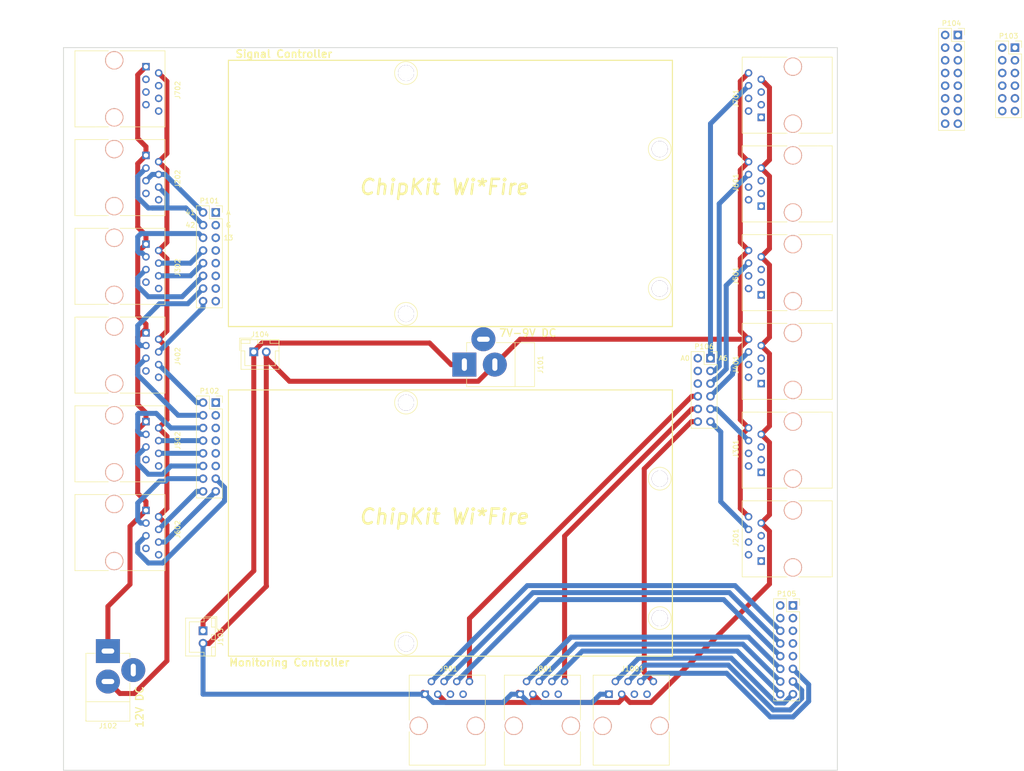
<source format=kicad_pcb>
(kicad_pcb (version 4) (host pcbnew 4.0.7)

  (general
    (links 71)
    (no_connects 5)
    (area 43.104999 20.244999 198.195001 165.175001)
    (thickness 1.6)
    (drawings 24)
    (tracks 305)
    (zones 0)
    (modules 33)
    (nets 42)
  )

  (page A4)
  (layers
    (0 F.Cu signal)
    (31 B.Cu signal)
    (32 B.Adhes user)
    (33 F.Adhes user)
    (34 B.Paste user)
    (35 F.Paste user)
    (36 B.SilkS user)
    (37 F.SilkS user)
    (38 B.Mask user)
    (39 F.Mask user)
    (40 Dwgs.User user)
    (41 Cmts.User user)
    (42 Eco1.User user)
    (43 Eco2.User user)
    (44 Edge.Cuts user)
    (45 Margin user)
    (46 B.CrtYd user)
    (47 F.CrtYd user)
    (48 B.Fab user)
    (49 F.Fab user)
  )

  (setup
    (last_trace_width 1)
    (trace_clearance 0.4)
    (zone_clearance 0.508)
    (zone_45_only no)
    (trace_min 0.2)
    (segment_width 0.2)
    (edge_width 0.15)
    (via_size 1.5)
    (via_drill 0.8)
    (via_min_size 0.4)
    (via_min_drill 0.3)
    (uvia_size 0.3)
    (uvia_drill 0.1)
    (uvias_allowed no)
    (uvia_min_size 0.2)
    (uvia_min_drill 0.1)
    (pcb_text_width 0.3)
    (pcb_text_size 1.5 1.5)
    (mod_edge_width 0.15)
    (mod_text_size 1 1)
    (mod_text_width 0.15)
    (pad_size 1.524 1.524)
    (pad_drill 0.762)
    (pad_to_mask_clearance 0.2)
    (aux_axis_origin 0 0)
    (visible_elements 7FFFEFFF)
    (pcbplotparams
      (layerselection 0x00030_80000001)
      (usegerberextensions false)
      (excludeedgelayer true)
      (linewidth 0.100000)
      (plotframeref false)
      (viasonmask false)
      (mode 1)
      (useauxorigin false)
      (hpglpennumber 1)
      (hpglpenspeed 20)
      (hpglpendiameter 15)
      (hpglpenoverlay 2)
      (psnegative false)
      (psa4output false)
      (plotreference true)
      (plotvalue true)
      (plotinvisibletext false)
      (padsonsilk false)
      (subtractmaskfromsilk false)
      (outputformat 1)
      (mirror false)
      (drillshape 1)
      (scaleselection 1)
      (outputdirectory ""))
  )

  (net 0 "")
  (net 1 ARD_TEMP_HB)
  (net 2 ARD_PWM_1)
  (net 3 ARD_PWM_3)
  (net 4 ARD_PWM_2)
  (net 5 ARD_PWM_4)
  (net 6 ARD_TEMP_A)
  (net 7 ARD_5V)
  (net 8 ARD_GND)
  (net 9 DC_IN)
  (net 10 DC_GND)
  (net 11 ARD_PWM_5)
  (net 12 ARD_PWM_6)
  (net 13 ARD_PWM_7)
  (net 14 ARD_PWM_8)
  (net 15 ARD_HBRIDGE_A)
  (net 16 ARD_HBRIDGE_B)
  (net 17 ARD_PWM_9)
  (net 18 ARD_PWM_10)
  (net 19 ARD_PWM_11)
  (net 20 ARD_PWM_12)
  (net 21 ARD_PWM_13)
  (net 22 ARD_PWM_14)
  (net 23 ARD_PWM_15)
  (net 24 ARD_PWM_16)
  (net 25 "Net-(J101-Pad1)")
  (net 26 ARD_TEMP_D)
  (net 27 ARD_TEMP_C)
  (net 28 ARD_TEMP_B)
  (net 29 FB1A)
  (net 30 FB1B)
  (net 31 FB1C)
  (net 32 ARD_VOLTS_1)
  (net 33 FB2A)
  (net 34 FB2B)
  (net 35 FB2C)
  (net 36 ARD_VOLTS_2)
  (net 37 FB3A)
  (net 38 FB3B)
  (net 39 FB3C)
  (net 40 ARD_VOLTS_3)
  (net 41 ARD_TEMP_E)

  (net_class Default "This is the default net class."
    (clearance 0.4)
    (trace_width 1)
    (via_dia 1.5)
    (via_drill 0.8)
    (uvia_dia 0.3)
    (uvia_drill 0.1)
    (add_net ARD_5V)
    (add_net ARD_GND)
    (add_net ARD_HBRIDGE_A)
    (add_net ARD_HBRIDGE_B)
    (add_net ARD_PWM_1)
    (add_net ARD_PWM_10)
    (add_net ARD_PWM_11)
    (add_net ARD_PWM_12)
    (add_net ARD_PWM_13)
    (add_net ARD_PWM_14)
    (add_net ARD_PWM_15)
    (add_net ARD_PWM_16)
    (add_net ARD_PWM_2)
    (add_net ARD_PWM_3)
    (add_net ARD_PWM_4)
    (add_net ARD_PWM_5)
    (add_net ARD_PWM_6)
    (add_net ARD_PWM_7)
    (add_net ARD_PWM_8)
    (add_net ARD_PWM_9)
    (add_net ARD_TEMP_A)
    (add_net ARD_TEMP_B)
    (add_net ARD_TEMP_C)
    (add_net ARD_TEMP_D)
    (add_net ARD_TEMP_E)
    (add_net ARD_TEMP_HB)
    (add_net ARD_VOLTS_1)
    (add_net ARD_VOLTS_2)
    (add_net ARD_VOLTS_3)
    (add_net DC_GND)
    (add_net DC_IN)
    (add_net FB1A)
    (add_net FB1B)
    (add_net FB1C)
    (add_net FB2A)
    (add_net FB2B)
    (add_net FB2C)
    (add_net FB3A)
    (add_net FB3B)
    (add_net FB3C)
    (add_net "Net-(J101-Pad1)")
  )

  (module PartsLibraries:MountingHole (layer F.Cu) (tedit 5A325B5D) (tstamp 5A3265BA)
    (at 162.56 134.62)
    (descr "module 1 pin (ou trou mecanique de percage)")
    (tags DEV)
    (fp_text reference "" (at 0 -3.048) (layer F.SilkS)
      (effects (font (size 1 1) (thickness 0.15)))
    )
    (fp_text value Mount (at 0 3) (layer F.Fab)
      (effects (font (size 1 1) (thickness 0.15)))
    )
    (fp_circle (center 0 0) (end 2 0.8) (layer F.Fab) (width 0.1))
    (fp_circle (center 0 0) (end 2.6 0) (layer F.CrtYd) (width 0.05))
    (fp_circle (center 0 0) (end 0 -2.286) (layer F.SilkS) (width 0.12))
    (pad 1 thru_hole circle (at 0 0) (size 3.2 3.2) (drill 3.2) (layers *.Cu *.Mask)
      (clearance 1))
  )

  (module PartsLibraries:MountingHole (layer F.Cu) (tedit 5A325B5D) (tstamp 5A3265B3)
    (at 162.56 106.68)
    (descr "module 1 pin (ou trou mecanique de percage)")
    (tags DEV)
    (fp_text reference "" (at 0 -3.048) (layer F.SilkS)
      (effects (font (size 1 1) (thickness 0.15)))
    )
    (fp_text value Mount (at 0 3) (layer F.Fab)
      (effects (font (size 1 1) (thickness 0.15)))
    )
    (fp_circle (center 0 0) (end 2 0.8) (layer F.Fab) (width 0.1))
    (fp_circle (center 0 0) (end 2.6 0) (layer F.CrtYd) (width 0.05))
    (fp_circle (center 0 0) (end 0 -2.286) (layer F.SilkS) (width 0.12))
    (pad 1 thru_hole circle (at 0 0) (size 3.2 3.2) (drill 3.2) (layers *.Cu *.Mask)
      (clearance 1))
  )

  (module PartsLibraries:MountingHole (layer F.Cu) (tedit 5A325B5D) (tstamp 5A3265AC)
    (at 111.76 139.7)
    (descr "module 1 pin (ou trou mecanique de percage)")
    (tags DEV)
    (fp_text reference "" (at 0 -3.048) (layer F.SilkS)
      (effects (font (size 1 1) (thickness 0.15)))
    )
    (fp_text value Mount (at 0 3) (layer F.Fab)
      (effects (font (size 1 1) (thickness 0.15)))
    )
    (fp_circle (center 0 0) (end 2 0.8) (layer F.Fab) (width 0.1))
    (fp_circle (center 0 0) (end 2.6 0) (layer F.CrtYd) (width 0.05))
    (fp_circle (center 0 0) (end 0 -2.286) (layer F.SilkS) (width 0.12))
    (pad 1 thru_hole circle (at 0 0) (size 3.2 3.2) (drill 3.2) (layers *.Cu *.Mask)
      (clearance 1))
  )

  (module PartsLibraries:MountingHole (layer F.Cu) (tedit 5A325B5D) (tstamp 5A3265A5)
    (at 111.76 91.44)
    (descr "module 1 pin (ou trou mecanique de percage)")
    (tags DEV)
    (fp_text reference "" (at 0 -3.048) (layer F.SilkS)
      (effects (font (size 1 1) (thickness 0.15)))
    )
    (fp_text value Mount (at 0 3) (layer F.Fab)
      (effects (font (size 1 1) (thickness 0.15)))
    )
    (fp_circle (center 0 0) (end 2 0.8) (layer F.Fab) (width 0.1))
    (fp_circle (center 0 0) (end 2.6 0) (layer F.CrtYd) (width 0.05))
    (fp_circle (center 0 0) (end 0 -2.286) (layer F.SilkS) (width 0.12))
    (pad 1 thru_hole circle (at 0 0) (size 3.2 3.2) (drill 3.2) (layers *.Cu *.Mask)
      (clearance 1))
  )

  (module PartsLibraries:MountingHole (layer F.Cu) (tedit 5A325B5D) (tstamp 5A326598)
    (at 162.56 68.58)
    (descr "module 1 pin (ou trou mecanique de percage)")
    (tags DEV)
    (fp_text reference "" (at 0 -3.048) (layer F.SilkS)
      (effects (font (size 1 1) (thickness 0.15)))
    )
    (fp_text value Mount (at 0 3) (layer F.Fab)
      (effects (font (size 1 1) (thickness 0.15)))
    )
    (fp_circle (center 0 0) (end 2 0.8) (layer F.Fab) (width 0.1))
    (fp_circle (center 0 0) (end 2.6 0) (layer F.CrtYd) (width 0.05))
    (fp_circle (center 0 0) (end 0 -2.286) (layer F.SilkS) (width 0.12))
    (pad 1 thru_hole circle (at 0 0) (size 3.2 3.2) (drill 3.2) (layers *.Cu *.Mask)
      (clearance 1))
  )

  (module PartsLibraries:MountingHole (layer F.Cu) (tedit 5A325B5D) (tstamp 5A326591)
    (at 111.76 73.66)
    (descr "module 1 pin (ou trou mecanique de percage)")
    (tags DEV)
    (fp_text reference "" (at 0 -3.048) (layer F.SilkS)
      (effects (font (size 1 1) (thickness 0.15)))
    )
    (fp_text value Mount (at 0 3) (layer F.Fab)
      (effects (font (size 1 1) (thickness 0.15)))
    )
    (fp_circle (center 0 0) (end 2 0.8) (layer F.Fab) (width 0.1))
    (fp_circle (center 0 0) (end 2.6 0) (layer F.CrtYd) (width 0.05))
    (fp_circle (center 0 0) (end 0 -2.286) (layer F.SilkS) (width 0.12))
    (pad 1 thru_hole circle (at 0 0) (size 3.2 3.2) (drill 3.2) (layers *.Cu *.Mask)
      (clearance 1))
  )

  (module PartsLibraries:MountingHole (layer F.Cu) (tedit 5A325B5D) (tstamp 5A326579)
    (at 162.56 40.64)
    (descr "module 1 pin (ou trou mecanique de percage)")
    (tags DEV)
    (fp_text reference "" (at 0 -3.048) (layer F.SilkS)
      (effects (font (size 1 1) (thickness 0.15)))
    )
    (fp_text value Mount (at 0 3) (layer F.Fab)
      (effects (font (size 1 1) (thickness 0.15)))
    )
    (fp_circle (center 0 0) (end 2 0.8) (layer F.Fab) (width 0.1))
    (fp_circle (center 0 0) (end 2.6 0) (layer F.CrtYd) (width 0.05))
    (fp_circle (center 0 0) (end 0 -2.286) (layer F.SilkS) (width 0.12))
    (pad 1 thru_hole circle (at 0 0) (size 3.2 3.2) (drill 3.2) (layers *.Cu *.Mask)
      (clearance 1))
  )

  (module PartsLibraries:MountingHole (layer F.Cu) (tedit 5A325B5D) (tstamp 5A326548)
    (at 111.76 25.4)
    (descr "module 1 pin (ou trou mecanique de percage)")
    (tags DEV)
    (fp_text reference "" (at 0 -3.048) (layer F.SilkS)
      (effects (font (size 1 1) (thickness 0.15)))
    )
    (fp_text value Mount (at 0 3) (layer F.Fab)
      (effects (font (size 1 1) (thickness 0.15)))
    )
    (fp_circle (center 0 0) (end 2 0.8) (layer F.Fab) (width 0.1))
    (fp_circle (center 0 0) (end 2.6 0) (layer F.CrtYd) (width 0.05))
    (fp_circle (center 0 0) (end 0 -2.286) (layer F.SilkS) (width 0.12))
    (pad 1 thru_hole circle (at 0 0) (size 3.2 3.2) (drill 3.2) (layers *.Cu *.Mask)
      (clearance 1))
  )

  (module Connectors:JACK_ALIM (layer F.Cu) (tedit 5A2FD67E) (tstamp 5A300BFA)
    (at 123.44 83.82 180)
    (descr "module 1 pin (ou trou mecanique de percage)")
    (tags "CONN JACK")
    (path /5A3106C2)
    (fp_text reference J101 (at -15.24 0 270) (layer F.SilkS)
      (effects (font (size 1 1) (thickness 0.15)))
    )
    (fp_text value "7V-9V DC" (at -12.7 6.35 180) (layer F.SilkS)
      (effects (font (size 1.5 1.5) (thickness 0.25)))
    )
    (fp_line (start -10.15 -4.4) (end -10.15 4.4) (layer F.SilkS) (width 0.12))
    (fp_line (start -6.35 4.4) (end -14.05 4.4) (layer F.SilkS) (width 0.12))
    (fp_line (start -14.05 4.4) (end -14.05 -4.4) (layer F.SilkS) (width 0.12))
    (fp_line (start -14.05 -4.4) (end -13.85 -4.4) (layer F.SilkS) (width 0.12))
    (fp_line (start -0.45 2.55) (end -0.45 4.4) (layer F.SilkS) (width 0.12))
    (fp_line (start -0.45 4.4) (end -1.3 4.4) (layer F.SilkS) (width 0.12))
    (fp_line (start -13.95 -4.4) (end -0.45 -4.4) (layer F.SilkS) (width 0.12))
    (fp_line (start -0.45 -4.4) (end -0.45 -2.55) (layer F.SilkS) (width 0.12))
    (fp_line (start -13.21 -4.32) (end -13.97 -4.32) (layer F.Fab) (width 0.1))
    (fp_line (start -13.97 -4.32) (end -13.97 4.32) (layer F.Fab) (width 0.1))
    (fp_line (start -13.97 4.32) (end -13.21 4.32) (layer F.Fab) (width 0.1))
    (fp_line (start -10.16 -4.32) (end -10.16 4.32) (layer F.Fab) (width 0.1))
    (fp_line (start -0.51 -4.32) (end -0.51 4.32) (layer F.Fab) (width 0.1))
    (fp_line (start -13.21 4.32) (end -0.51 4.32) (layer F.Fab) (width 0.1))
    (fp_line (start -13.21 -4.32) (end -0.51 -4.32) (layer F.Fab) (width 0.1))
    (fp_line (start -14.22 -4.57) (end 2.65 -4.57) (layer F.CrtYd) (width 0.05))
    (fp_line (start -14.22 -4.57) (end -14.22 7.73) (layer F.CrtYd) (width 0.05))
    (fp_line (start 2.65 7.73) (end 2.65 -4.57) (layer F.CrtYd) (width 0.05))
    (fp_line (start 2.65 7.73) (end -14.22 7.73) (layer F.CrtYd) (width 0.05))
    (pad 2 thru_hole circle (at -6.1 0 180) (size 4.8 4.8) (drill oval 1.02 2.54) (layers *.Cu *.Mask)
      (net 8 ARD_GND))
    (pad 1 thru_hole rect (at 0 0 180) (size 4.8 4.8) (drill oval 1.02 2.54) (layers *.Cu *.Mask)
      (net 25 "Net-(J101-Pad1)"))
    (pad 3 thru_hole circle (at -3.81 5.08 180) (size 4.8 4.8) (drill oval 2.54 1.02) (layers *.Cu *.Mask))
    (model ${KISYS3DMOD}/Connectors.3dshapes/JACK_ALIM.wrl
      (at (xyz -0.24 0 0))
      (scale (xyz 0.8 0.8 0.8))
      (rotate (xyz 0 0 0))
    )
  )

  (module Connectors:JACK_ALIM (layer F.Cu) (tedit 5A2FD66C) (tstamp 5A300C2C)
    (at 52.07 141.22 90)
    (descr "module 1 pin (ou trou mecanique de percage)")
    (tags "CONN JACK")
    (path /5A3109C7)
    (fp_text reference J102 (at -14.99 0 180) (layer F.SilkS)
      (effects (font (size 1 1) (thickness 0.15)))
    )
    (fp_text value "12V DC" (at -11.18 6.35 90) (layer F.SilkS)
      (effects (font (size 1.5 1.5) (thickness 0.25)))
    )
    (fp_line (start -10.15 -4.4) (end -10.15 4.4) (layer F.SilkS) (width 0.12))
    (fp_line (start -6.35 4.4) (end -14.05 4.4) (layer F.SilkS) (width 0.12))
    (fp_line (start -14.05 4.4) (end -14.05 -4.4) (layer F.SilkS) (width 0.12))
    (fp_line (start -14.05 -4.4) (end -13.85 -4.4) (layer F.SilkS) (width 0.12))
    (fp_line (start -0.45 2.55) (end -0.45 4.4) (layer F.SilkS) (width 0.12))
    (fp_line (start -0.45 4.4) (end -1.3 4.4) (layer F.SilkS) (width 0.12))
    (fp_line (start -13.95 -4.4) (end -0.45 -4.4) (layer F.SilkS) (width 0.12))
    (fp_line (start -0.45 -4.4) (end -0.45 -2.55) (layer F.SilkS) (width 0.12))
    (fp_line (start -13.21 -4.32) (end -13.97 -4.32) (layer F.Fab) (width 0.1))
    (fp_line (start -13.97 -4.32) (end -13.97 4.32) (layer F.Fab) (width 0.1))
    (fp_line (start -13.97 4.32) (end -13.21 4.32) (layer F.Fab) (width 0.1))
    (fp_line (start -10.16 -4.32) (end -10.16 4.32) (layer F.Fab) (width 0.1))
    (fp_line (start -0.51 -4.32) (end -0.51 4.32) (layer F.Fab) (width 0.1))
    (fp_line (start -13.21 4.32) (end -0.51 4.32) (layer F.Fab) (width 0.1))
    (fp_line (start -13.21 -4.32) (end -0.51 -4.32) (layer F.Fab) (width 0.1))
    (fp_line (start -14.22 -4.57) (end 2.65 -4.57) (layer F.CrtYd) (width 0.05))
    (fp_line (start -14.22 -4.57) (end -14.22 7.73) (layer F.CrtYd) (width 0.05))
    (fp_line (start 2.65 7.73) (end 2.65 -4.57) (layer F.CrtYd) (width 0.05))
    (fp_line (start 2.65 7.73) (end -14.22 7.73) (layer F.CrtYd) (width 0.05))
    (pad 2 thru_hole circle (at -6.1 0 90) (size 4.8 4.8) (drill oval 1.02 2.54) (layers *.Cu *.Mask)
      (net 10 DC_GND))
    (pad 1 thru_hole rect (at 0 0 90) (size 4.8 4.8) (drill oval 1.02 2.54) (layers *.Cu *.Mask)
      (net 9 DC_IN))
    (pad 3 thru_hole circle (at -3.81 5.08 90) (size 4.8 4.8) (drill oval 2.54 1.02) (layers *.Cu *.Mask))
    (model ${KISYS3DMOD}/Connectors.3dshapes/JACK_ALIM.wrl
      (at (xyz -0.24 0 0))
      (scale (xyz 0.8 0.8 0.8))
      (rotate (xyz 0 0 0))
    )
  )

  (module PartsLibraries:RJ45 (layer F.Cu) (tedit 59511D7C) (tstamp 5A2EB831)
    (at 182.88 87.63 90)
    (tags RJ45)
    (path /5A2F40AA/5A2E9F01)
    (fp_text reference J401 (at 3.81 -5.08 90) (layer F.SilkS)
      (effects (font (size 1 1) (thickness 0.15)))
    )
    (fp_text value RJ45 (at 4.59 6.25 90) (layer F.Fab)
      (effects (font (size 1 1) (thickness 0.15)))
    )
    (fp_line (start -3.17 14.22) (end 12.07 14.22) (layer F.SilkS) (width 0.12))
    (fp_line (start 12.07 -3.81) (end 12.06 5.18) (layer F.SilkS) (width 0.12))
    (fp_line (start 12.07 -3.81) (end -3.17 -3.81) (layer F.SilkS) (width 0.12))
    (fp_line (start -3.17 -3.81) (end -3.17 5.19) (layer F.SilkS) (width 0.12))
    (fp_line (start 12.06 7.52) (end 12.07 14.22) (layer F.SilkS) (width 0.12))
    (fp_line (start -3.17 7.51) (end -3.17 14.22) (layer F.SilkS) (width 0.12))
    (fp_line (start -3.56 -4.06) (end 12.46 -4.06) (layer F.CrtYd) (width 0.05))
    (fp_line (start -3.56 -4.06) (end -3.56 14.47) (layer F.CrtYd) (width 0.05))
    (fp_line (start 12.46 14.47) (end 12.46 -4.06) (layer F.CrtYd) (width 0.05))
    (fp_line (start 12.46 14.47) (end -3.56 14.47) (layer F.CrtYd) (width 0.05))
    (pad "" np_thru_hole circle (at 10.16 6.35 90) (size 3.65 3.65) (drill 3.25) (layers *.Cu *.SilkS *.Mask))
    (pad "" np_thru_hole circle (at -1.27 6.35 90) (size 3.65 3.65) (drill 3.25) (layers *.Cu *.SilkS *.Mask))
    (pad 1 thru_hole rect (at 0 0 90) (size 1.5 1.5) (drill 0.9) (layers *.Cu *.Mask))
    (pad 2 thru_hole circle (at 1.27 -2.54 90) (size 1.5 1.5) (drill 0.9) (layers *.Cu *.Mask))
    (pad 3 thru_hole circle (at 2.54 0 90) (size 1.5 1.5) (drill 0.9) (layers *.Cu *.Mask))
    (pad 4 thru_hole circle (at 3.81 -2.54 90) (size 1.5 1.5) (drill 0.9) (layers *.Cu *.Mask))
    (pad 5 thru_hole circle (at 5.08 0 90) (size 1.5 1.5) (drill 0.9) (layers *.Cu *.Mask))
    (pad 6 thru_hole circle (at 6.35 -2.54 90) (size 1.5 1.5) (drill 0.9) (layers *.Cu *.Mask)
      (net 28 ARD_TEMP_B))
    (pad 7 thru_hole circle (at 7.62 0 90) (size 1.5 1.5) (drill 0.9) (layers *.Cu *.Mask)
      (net 7 ARD_5V))
    (pad 8 thru_hole circle (at 8.89 -2.54 90) (size 1.5 1.5) (drill 0.9) (layers *.Cu *.Mask)
      (net 8 ARD_GND))
    (model ../../../../../../Development/multilevelinverter/Hardware/3D/RJ45.wrl
      (at (xyz 0.175 -0.667 0.3))
      (scale (xyz 10 10 10))
      (rotate (xyz 270 0 0))
    )
  )

  (module Socket_Strips:Socket_Strip_Straight_2x08_Pitch2.54mm (layer F.Cu) (tedit 5A2EC927) (tstamp 5A2EB8CE)
    (at 73.66 53.34)
    (descr "Through hole straight socket strip, 2x08, 2.54mm pitch, double rows")
    (tags "Through hole socket strip THT 2x08 2.54mm double row")
    (path /599F28C2)
    (fp_text reference P101 (at -1.27 -2.33) (layer F.SilkS)
      (effects (font (size 1 1) (thickness 0.15)))
    )
    (fp_text value Digital (at -1.27 20.11) (layer F.Fab)
      (effects (font (size 1 1) (thickness 0.15)))
    )
    (fp_text user 42 (at -5.08 2.54) (layer F.SilkS)
      (effects (font (size 1 1) (thickness 0.15)))
    )
    (fp_text user 41 (at -5.08 0) (layer F.SilkS)
      (effects (font (size 1 1) (thickness 0.15)))
    )
    (fp_text user 13 (at 2.54 5.08) (layer F.SilkS)
      (effects (font (size 1 1) (thickness 0.15)))
    )
    (fp_text user G (at 2.54 2.54) (layer F.SilkS)
      (effects (font (size 1 1) (thickness 0.15)))
    )
    (fp_text user G (at 0 0) (layer F.SilkS)
      (effects (font (size 1 1) (thickness 0.15)))
    )
    (fp_text user A (at 2.54 0) (layer F.SilkS)
      (effects (font (size 1 1) (thickness 0.15)))
    )
    (fp_line (start -3.81 -1.27) (end -3.81 19.05) (layer F.Fab) (width 0.1))
    (fp_line (start -3.81 19.05) (end 1.27 19.05) (layer F.Fab) (width 0.1))
    (fp_line (start 1.27 19.05) (end 1.27 -1.27) (layer F.Fab) (width 0.1))
    (fp_line (start 1.27 -1.27) (end -3.81 -1.27) (layer F.Fab) (width 0.1))
    (fp_line (start 1.33 1.27) (end 1.33 19.11) (layer F.SilkS) (width 0.12))
    (fp_line (start 1.33 19.11) (end -3.87 19.11) (layer F.SilkS) (width 0.12))
    (fp_line (start -3.87 19.11) (end -3.87 -1.33) (layer F.SilkS) (width 0.12))
    (fp_line (start -3.87 -1.33) (end -1.27 -1.33) (layer F.SilkS) (width 0.12))
    (fp_line (start -1.27 -1.33) (end -1.27 1.27) (layer F.SilkS) (width 0.12))
    (fp_line (start -1.27 1.27) (end 1.33 1.27) (layer F.SilkS) (width 0.12))
    (fp_line (start 1.33 0) (end 1.33 -1.33) (layer F.SilkS) (width 0.12))
    (fp_line (start 1.33 -1.33) (end 0.06 -1.33) (layer F.SilkS) (width 0.12))
    (fp_line (start -4.35 -1.8) (end -4.35 19.55) (layer F.CrtYd) (width 0.05))
    (fp_line (start -4.35 19.55) (end 1.8 19.55) (layer F.CrtYd) (width 0.05))
    (fp_line (start 1.8 19.55) (end 1.8 -1.8) (layer F.CrtYd) (width 0.05))
    (fp_line (start 1.8 -1.8) (end -4.35 -1.8) (layer F.CrtYd) (width 0.05))
    (fp_text user %R (at -1.27 -2.33) (layer F.Fab)
      (effects (font (size 1 1) (thickness 0.15)))
    )
    (pad 1 thru_hole rect (at 0 0) (size 1.7 1.7) (drill 1) (layers *.Cu *.Mask))
    (pad 2 thru_hole oval (at -2.54 0) (size 1.7 1.7) (drill 1) (layers *.Cu *.Mask)
      (net 16 ARD_HBRIDGE_B))
    (pad 3 thru_hole oval (at 0 2.54) (size 1.7 1.7) (drill 1) (layers *.Cu *.Mask))
    (pad 4 thru_hole oval (at -2.54 2.54) (size 1.7 1.7) (drill 1) (layers *.Cu *.Mask)
      (net 15 ARD_HBRIDGE_A))
    (pad 5 thru_hole oval (at 0 5.08) (size 1.7 1.7) (drill 1) (layers *.Cu *.Mask))
    (pad 6 thru_hole oval (at -2.54 5.08) (size 1.7 1.7) (drill 1) (layers *.Cu *.Mask)
      (net 2 ARD_PWM_1))
    (pad 7 thru_hole oval (at 0 7.62) (size 1.7 1.7) (drill 1) (layers *.Cu *.Mask))
    (pad 8 thru_hole oval (at -2.54 7.62) (size 1.7 1.7) (drill 1) (layers *.Cu *.Mask)
      (net 4 ARD_PWM_2))
    (pad 9 thru_hole oval (at 0 10.16) (size 1.7 1.7) (drill 1) (layers *.Cu *.Mask))
    (pad 10 thru_hole oval (at -2.54 10.16) (size 1.7 1.7) (drill 1) (layers *.Cu *.Mask)
      (net 5 ARD_PWM_4))
    (pad 11 thru_hole oval (at 0 12.7) (size 1.7 1.7) (drill 1) (layers *.Cu *.Mask))
    (pad 12 thru_hole oval (at -2.54 12.7) (size 1.7 1.7) (drill 1) (layers *.Cu *.Mask)
      (net 3 ARD_PWM_3))
    (pad 13 thru_hole oval (at 0 15.24) (size 1.7 1.7) (drill 1) (layers *.Cu *.Mask))
    (pad 14 thru_hole oval (at -2.54 15.24) (size 1.7 1.7) (drill 1) (layers *.Cu *.Mask)
      (net 11 ARD_PWM_5))
    (pad 15 thru_hole oval (at 0 17.78) (size 1.7 1.7) (drill 1) (layers *.Cu *.Mask))
    (pad 16 thru_hole oval (at -2.54 17.78) (size 1.7 1.7) (drill 1) (layers *.Cu *.Mask)
      (net 12 ARD_PWM_6))
    (model ${KISYS3DMOD}/Socket_Strips.3dshapes/Socket_Strip_Straight_2x08_Pitch2.54mm.wrl
      (at (xyz -0.05 -0.35 0))
      (scale (xyz 1 1 1))
      (rotate (xyz 0 0 270))
    )
  )

  (module Socket_Strips:Socket_Strip_Straight_2x06_Pitch2.54mm (layer F.Cu) (tedit 5A2EC839) (tstamp 5A2EB97F)
    (at 172.72 82.55)
    (descr "Through hole straight socket strip, 2x06, 2.54mm pitch, double rows")
    (tags "Through hole socket strip THT 2x06 2.54mm double row")
    (path /599F771D)
    (fp_text reference P106 (at -1.27 -2.33) (layer F.SilkS)
      (effects (font (size 1 1) (thickness 0.15)))
    )
    (fp_text value Analog (at -1.27 15.03) (layer F.Fab)
      (effects (font (size 1 1) (thickness 0.15)))
    )
    (fp_text user A0 (at -5.08 0) (layer F.SilkS)
      (effects (font (size 1 1) (thickness 0.15)))
    )
    (fp_text user A6 (at 2.54 0) (layer F.SilkS)
      (effects (font (size 1 1) (thickness 0.15)))
    )
    (fp_line (start -3.81 -1.27) (end -3.81 13.97) (layer F.Fab) (width 0.1))
    (fp_line (start -3.81 13.97) (end 1.27 13.97) (layer F.Fab) (width 0.1))
    (fp_line (start 1.27 13.97) (end 1.27 -1.27) (layer F.Fab) (width 0.1))
    (fp_line (start 1.27 -1.27) (end -3.81 -1.27) (layer F.Fab) (width 0.1))
    (fp_line (start 1.33 1.27) (end 1.33 14.03) (layer F.SilkS) (width 0.12))
    (fp_line (start 1.33 14.03) (end -3.87 14.03) (layer F.SilkS) (width 0.12))
    (fp_line (start -3.87 14.03) (end -3.87 -1.33) (layer F.SilkS) (width 0.12))
    (fp_line (start -3.87 -1.33) (end -1.27 -1.33) (layer F.SilkS) (width 0.12))
    (fp_line (start -1.27 -1.33) (end -1.27 1.27) (layer F.SilkS) (width 0.12))
    (fp_line (start -1.27 1.27) (end 1.33 1.27) (layer F.SilkS) (width 0.12))
    (fp_line (start 1.33 0) (end 1.33 -1.33) (layer F.SilkS) (width 0.12))
    (fp_line (start 1.33 -1.33) (end 0.06 -1.33) (layer F.SilkS) (width 0.12))
    (fp_line (start -4.35 -1.8) (end -4.35 14.5) (layer F.CrtYd) (width 0.05))
    (fp_line (start -4.35 14.5) (end 1.8 14.5) (layer F.CrtYd) (width 0.05))
    (fp_line (start 1.8 14.5) (end 1.8 -1.8) (layer F.CrtYd) (width 0.05))
    (fp_line (start 1.8 -1.8) (end -4.35 -1.8) (layer F.CrtYd) (width 0.05))
    (fp_text user %R (at -1.27 -2.33) (layer F.Fab)
      (effects (font (size 1 1) (thickness 0.15)))
    )
    (pad 1 thru_hole rect (at 0 0) (size 1.7 1.7) (drill 1) (layers *.Cu *.Mask)
      (net 41 ARD_TEMP_E))
    (pad 2 thru_hole oval (at -2.54 0) (size 1.7 1.7) (drill 1) (layers *.Cu *.Mask))
    (pad 3 thru_hole oval (at 0 2.54) (size 1.7 1.7) (drill 1) (layers *.Cu *.Mask)
      (net 26 ARD_TEMP_D))
    (pad 4 thru_hole oval (at -2.54 2.54) (size 1.7 1.7) (drill 1) (layers *.Cu *.Mask))
    (pad 5 thru_hole oval (at 0 5.08) (size 1.7 1.7) (drill 1) (layers *.Cu *.Mask)
      (net 27 ARD_TEMP_C))
    (pad 6 thru_hole oval (at -2.54 5.08) (size 1.7 1.7) (drill 1) (layers *.Cu *.Mask))
    (pad 7 thru_hole oval (at 0 7.62) (size 1.7 1.7) (drill 1) (layers *.Cu *.Mask)
      (net 28 ARD_TEMP_B))
    (pad 8 thru_hole oval (at -2.54 7.62) (size 1.7 1.7) (drill 1) (layers *.Cu *.Mask)
      (net 36 ARD_VOLTS_2))
    (pad 9 thru_hole oval (at 0 10.16) (size 1.7 1.7) (drill 1) (layers *.Cu *.Mask)
      (net 6 ARD_TEMP_A))
    (pad 10 thru_hole oval (at -2.54 10.16) (size 1.7 1.7) (drill 1) (layers *.Cu *.Mask)
      (net 32 ARD_VOLTS_1))
    (pad 11 thru_hole oval (at 0 12.7) (size 1.7 1.7) (drill 1) (layers *.Cu *.Mask)
      (net 1 ARD_TEMP_HB))
    (pad 12 thru_hole oval (at -2.54 12.7) (size 1.7 1.7) (drill 1) (layers *.Cu *.Mask)
      (net 40 ARD_VOLTS_3))
    (model ${KISYS3DMOD}/Socket_Strips.3dshapes/Socket_Strip_Straight_2x06_Pitch2.54mm.wrl
      (at (xyz -0.05 -0.25 0))
      (scale (xyz 1 1 1))
      (rotate (xyz 0 0 270))
    )
  )

  (module PartsLibraries:RJ45 (layer F.Cu) (tedit 59511D7C) (tstamp 5A2EB7D1)
    (at 182.88 123.19 90)
    (tags RJ45)
    (path /5A2F1991/5A2E9F01)
    (fp_text reference J201 (at 4.7 -5.08 90) (layer F.SilkS)
      (effects (font (size 1 1) (thickness 0.15)))
    )
    (fp_text value RJ45 (at 4.59 6.25 90) (layer F.Fab)
      (effects (font (size 1 1) (thickness 0.15)))
    )
    (fp_line (start -3.17 14.22) (end 12.07 14.22) (layer F.SilkS) (width 0.12))
    (fp_line (start 12.07 -3.81) (end 12.06 5.18) (layer F.SilkS) (width 0.12))
    (fp_line (start 12.07 -3.81) (end -3.17 -3.81) (layer F.SilkS) (width 0.12))
    (fp_line (start -3.17 -3.81) (end -3.17 5.19) (layer F.SilkS) (width 0.12))
    (fp_line (start 12.06 7.52) (end 12.07 14.22) (layer F.SilkS) (width 0.12))
    (fp_line (start -3.17 7.51) (end -3.17 14.22) (layer F.SilkS) (width 0.12))
    (fp_line (start -3.56 -4.06) (end 12.46 -4.06) (layer F.CrtYd) (width 0.05))
    (fp_line (start -3.56 -4.06) (end -3.56 14.47) (layer F.CrtYd) (width 0.05))
    (fp_line (start 12.46 14.47) (end 12.46 -4.06) (layer F.CrtYd) (width 0.05))
    (fp_line (start 12.46 14.47) (end -3.56 14.47) (layer F.CrtYd) (width 0.05))
    (pad "" np_thru_hole circle (at 10.16 6.35 90) (size 3.65 3.65) (drill 3.25) (layers *.Cu *.SilkS *.Mask))
    (pad "" np_thru_hole circle (at -1.27 6.35 90) (size 3.65 3.65) (drill 3.25) (layers *.Cu *.SilkS *.Mask))
    (pad 1 thru_hole rect (at 0 0 90) (size 1.5 1.5) (drill 0.9) (layers *.Cu *.Mask))
    (pad 2 thru_hole circle (at 1.27 -2.54 90) (size 1.5 1.5) (drill 0.9) (layers *.Cu *.Mask))
    (pad 3 thru_hole circle (at 2.54 0 90) (size 1.5 1.5) (drill 0.9) (layers *.Cu *.Mask))
    (pad 4 thru_hole circle (at 3.81 -2.54 90) (size 1.5 1.5) (drill 0.9) (layers *.Cu *.Mask))
    (pad 5 thru_hole circle (at 5.08 0 90) (size 1.5 1.5) (drill 0.9) (layers *.Cu *.Mask))
    (pad 6 thru_hole circle (at 6.35 -2.54 90) (size 1.5 1.5) (drill 0.9) (layers *.Cu *.Mask)
      (net 1 ARD_TEMP_HB))
    (pad 7 thru_hole circle (at 7.62 0 90) (size 1.5 1.5) (drill 0.9) (layers *.Cu *.Mask)
      (net 7 ARD_5V))
    (pad 8 thru_hole circle (at 8.89 -2.54 90) (size 1.5 1.5) (drill 0.9) (layers *.Cu *.Mask)
      (net 8 ARD_GND))
    (model ../../../../../../Development/multilevelinverter/Hardware/3D/RJ45.wrl
      (at (xyz 0.175 -0.667 0.3))
      (scale (xyz 10 10 10))
      (rotate (xyz 270 0 0))
    )
  )

  (module PartsLibraries:RJ45 (layer F.Cu) (tedit 59511D7C) (tstamp 5A2EB7E9)
    (at 59.69 41.91 270)
    (tags RJ45)
    (path /5A2F1991/5A2E9F0E)
    (fp_text reference J202 (at 4.7 -6.35 270) (layer F.SilkS)
      (effects (font (size 1 1) (thickness 0.15)))
    )
    (fp_text value RJ45 (at 4.59 6.25 270) (layer F.Fab)
      (effects (font (size 1 1) (thickness 0.15)))
    )
    (fp_line (start -3.17 14.22) (end 12.07 14.22) (layer F.SilkS) (width 0.12))
    (fp_line (start 12.07 -3.81) (end 12.06 5.18) (layer F.SilkS) (width 0.12))
    (fp_line (start 12.07 -3.81) (end -3.17 -3.81) (layer F.SilkS) (width 0.12))
    (fp_line (start -3.17 -3.81) (end -3.17 5.19) (layer F.SilkS) (width 0.12))
    (fp_line (start 12.06 7.52) (end 12.07 14.22) (layer F.SilkS) (width 0.12))
    (fp_line (start -3.17 7.51) (end -3.17 14.22) (layer F.SilkS) (width 0.12))
    (fp_line (start -3.56 -4.06) (end 12.46 -4.06) (layer F.CrtYd) (width 0.05))
    (fp_line (start -3.56 -4.06) (end -3.56 14.47) (layer F.CrtYd) (width 0.05))
    (fp_line (start 12.46 14.47) (end 12.46 -4.06) (layer F.CrtYd) (width 0.05))
    (fp_line (start 12.46 14.47) (end -3.56 14.47) (layer F.CrtYd) (width 0.05))
    (pad "" np_thru_hole circle (at 10.16 6.35 270) (size 3.65 3.65) (drill 3.25) (layers *.Cu *.SilkS *.Mask))
    (pad "" np_thru_hole circle (at -1.27 6.35 270) (size 3.65 3.65) (drill 3.25) (layers *.Cu *.SilkS *.Mask))
    (pad 1 thru_hole rect (at 0 0 270) (size 1.5 1.5) (drill 0.9) (layers *.Cu *.Mask)
      (net 9 DC_IN))
    (pad 2 thru_hole circle (at 1.27 -2.54 270) (size 1.5 1.5) (drill 0.9) (layers *.Cu *.Mask)
      (net 10 DC_GND))
    (pad 3 thru_hole circle (at 2.54 0 270) (size 1.5 1.5) (drill 0.9) (layers *.Cu *.Mask)
      (net 15 ARD_HBRIDGE_A))
    (pad 4 thru_hole circle (at 3.81 -2.54 270) (size 1.5 1.5) (drill 0.9) (layers *.Cu *.Mask)
      (net 16 ARD_HBRIDGE_B))
    (pad 5 thru_hole circle (at 5.08 0 270) (size 1.5 1.5) (drill 0.9) (layers *.Cu *.Mask)
      (net 16 ARD_HBRIDGE_B))
    (pad 6 thru_hole circle (at 6.35 -2.54 270) (size 1.5 1.5) (drill 0.9) (layers *.Cu *.Mask)
      (net 15 ARD_HBRIDGE_A))
    (pad 7 thru_hole circle (at 7.62 0 270) (size 1.5 1.5) (drill 0.9) (layers *.Cu *.Mask))
    (pad 8 thru_hole circle (at 8.89 -2.54 270) (size 1.5 1.5) (drill 0.9) (layers *.Cu *.Mask))
    (model ../../../../../../Development/multilevelinverter/Hardware/3D/RJ45.wrl
      (at (xyz 0.175 -0.667 0.3))
      (scale (xyz 10 10 10))
      (rotate (xyz 270 0 0))
    )
  )

  (module PartsLibraries:RJ45 (layer F.Cu) (tedit 59511D7C) (tstamp 5A2EB801)
    (at 182.88 105.41 90)
    (tags RJ45)
    (path /5A2F08D5/5A2E9F01)
    (fp_text reference J301 (at 4.7 -5.08 90) (layer F.SilkS)
      (effects (font (size 1 1) (thickness 0.15)))
    )
    (fp_text value RJ45 (at 4.59 6.25 90) (layer F.Fab)
      (effects (font (size 1 1) (thickness 0.15)))
    )
    (fp_line (start -3.17 14.22) (end 12.07 14.22) (layer F.SilkS) (width 0.12))
    (fp_line (start 12.07 -3.81) (end 12.06 5.18) (layer F.SilkS) (width 0.12))
    (fp_line (start 12.07 -3.81) (end -3.17 -3.81) (layer F.SilkS) (width 0.12))
    (fp_line (start -3.17 -3.81) (end -3.17 5.19) (layer F.SilkS) (width 0.12))
    (fp_line (start 12.06 7.52) (end 12.07 14.22) (layer F.SilkS) (width 0.12))
    (fp_line (start -3.17 7.51) (end -3.17 14.22) (layer F.SilkS) (width 0.12))
    (fp_line (start -3.56 -4.06) (end 12.46 -4.06) (layer F.CrtYd) (width 0.05))
    (fp_line (start -3.56 -4.06) (end -3.56 14.47) (layer F.CrtYd) (width 0.05))
    (fp_line (start 12.46 14.47) (end 12.46 -4.06) (layer F.CrtYd) (width 0.05))
    (fp_line (start 12.46 14.47) (end -3.56 14.47) (layer F.CrtYd) (width 0.05))
    (pad "" np_thru_hole circle (at 10.16 6.35 90) (size 3.65 3.65) (drill 3.25) (layers *.Cu *.SilkS *.Mask))
    (pad "" np_thru_hole circle (at -1.27 6.35 90) (size 3.65 3.65) (drill 3.25) (layers *.Cu *.SilkS *.Mask))
    (pad 1 thru_hole rect (at 0 0 90) (size 1.5 1.5) (drill 0.9) (layers *.Cu *.Mask))
    (pad 2 thru_hole circle (at 1.27 -2.54 90) (size 1.5 1.5) (drill 0.9) (layers *.Cu *.Mask))
    (pad 3 thru_hole circle (at 2.54 0 90) (size 1.5 1.5) (drill 0.9) (layers *.Cu *.Mask))
    (pad 4 thru_hole circle (at 3.81 -2.54 90) (size 1.5 1.5) (drill 0.9) (layers *.Cu *.Mask))
    (pad 5 thru_hole circle (at 5.08 0 90) (size 1.5 1.5) (drill 0.9) (layers *.Cu *.Mask))
    (pad 6 thru_hole circle (at 6.35 -2.54 90) (size 1.5 1.5) (drill 0.9) (layers *.Cu *.Mask)
      (net 6 ARD_TEMP_A))
    (pad 7 thru_hole circle (at 7.62 0 90) (size 1.5 1.5) (drill 0.9) (layers *.Cu *.Mask)
      (net 7 ARD_5V))
    (pad 8 thru_hole circle (at 8.89 -2.54 90) (size 1.5 1.5) (drill 0.9) (layers *.Cu *.Mask)
      (net 8 ARD_GND))
    (model ../../../../../../Development/multilevelinverter/Hardware/3D/RJ45.wrl
      (at (xyz 0.175 -0.667 0.3))
      (scale (xyz 10 10 10))
      (rotate (xyz 270 0 0))
    )
  )

  (module PartsLibraries:RJ45 (layer F.Cu) (tedit 59511D7C) (tstamp 5A2EB819)
    (at 59.69 59.69 270)
    (tags RJ45)
    (path /5A2F08D5/5A2E9F0E)
    (fp_text reference J302 (at 4.7 -6.35 270) (layer F.SilkS)
      (effects (font (size 1 1) (thickness 0.15)))
    )
    (fp_text value RJ45 (at 4.59 6.25 270) (layer F.Fab)
      (effects (font (size 1 1) (thickness 0.15)))
    )
    (fp_line (start -3.17 14.22) (end 12.07 14.22) (layer F.SilkS) (width 0.12))
    (fp_line (start 12.07 -3.81) (end 12.06 5.18) (layer F.SilkS) (width 0.12))
    (fp_line (start 12.07 -3.81) (end -3.17 -3.81) (layer F.SilkS) (width 0.12))
    (fp_line (start -3.17 -3.81) (end -3.17 5.19) (layer F.SilkS) (width 0.12))
    (fp_line (start 12.06 7.52) (end 12.07 14.22) (layer F.SilkS) (width 0.12))
    (fp_line (start -3.17 7.51) (end -3.17 14.22) (layer F.SilkS) (width 0.12))
    (fp_line (start -3.56 -4.06) (end 12.46 -4.06) (layer F.CrtYd) (width 0.05))
    (fp_line (start -3.56 -4.06) (end -3.56 14.47) (layer F.CrtYd) (width 0.05))
    (fp_line (start 12.46 14.47) (end 12.46 -4.06) (layer F.CrtYd) (width 0.05))
    (fp_line (start 12.46 14.47) (end -3.56 14.47) (layer F.CrtYd) (width 0.05))
    (pad "" np_thru_hole circle (at 10.16 6.35 270) (size 3.65 3.65) (drill 3.25) (layers *.Cu *.SilkS *.Mask))
    (pad "" np_thru_hole circle (at -1.27 6.35 270) (size 3.65 3.65) (drill 3.25) (layers *.Cu *.SilkS *.Mask))
    (pad 1 thru_hole rect (at 0 0 270) (size 1.5 1.5) (drill 0.9) (layers *.Cu *.Mask)
      (net 9 DC_IN))
    (pad 2 thru_hole circle (at 1.27 -2.54 270) (size 1.5 1.5) (drill 0.9) (layers *.Cu *.Mask)
      (net 10 DC_GND))
    (pad 3 thru_hole circle (at 2.54 0 270) (size 1.5 1.5) (drill 0.9) (layers *.Cu *.Mask)
      (net 2 ARD_PWM_1))
    (pad 4 thru_hole circle (at 3.81 -2.54 270) (size 1.5 1.5) (drill 0.9) (layers *.Cu *.Mask)
      (net 4 ARD_PWM_2))
    (pad 5 thru_hole circle (at 5.08 0 270) (size 1.5 1.5) (drill 0.9) (layers *.Cu *.Mask)
      (net 3 ARD_PWM_3))
    (pad 6 thru_hole circle (at 6.35 -2.54 270) (size 1.5 1.5) (drill 0.9) (layers *.Cu *.Mask)
      (net 5 ARD_PWM_4))
    (pad 7 thru_hole circle (at 7.62 0 270) (size 1.5 1.5) (drill 0.9) (layers *.Cu *.Mask))
    (pad 8 thru_hole circle (at 8.89 -2.54 270) (size 1.5 1.5) (drill 0.9) (layers *.Cu *.Mask))
    (model ../../../../../../Development/multilevelinverter/Hardware/3D/RJ45.wrl
      (at (xyz 0.175 -0.667 0.3))
      (scale (xyz 10 10 10))
      (rotate (xyz 270 0 0))
    )
  )

  (module PartsLibraries:RJ45 (layer F.Cu) (tedit 59511D7C) (tstamp 5A2EB849)
    (at 59.69 77.47 270)
    (tags RJ45)
    (path /5A2F40AA/5A2E9F0E)
    (fp_text reference J402 (at 4.7 -6.35 270) (layer F.SilkS)
      (effects (font (size 1 1) (thickness 0.15)))
    )
    (fp_text value RJ45 (at 4.59 6.25 270) (layer F.Fab)
      (effects (font (size 1 1) (thickness 0.15)))
    )
    (fp_line (start -3.17 14.22) (end 12.07 14.22) (layer F.SilkS) (width 0.12))
    (fp_line (start 12.07 -3.81) (end 12.06 5.18) (layer F.SilkS) (width 0.12))
    (fp_line (start 12.07 -3.81) (end -3.17 -3.81) (layer F.SilkS) (width 0.12))
    (fp_line (start -3.17 -3.81) (end -3.17 5.19) (layer F.SilkS) (width 0.12))
    (fp_line (start 12.06 7.52) (end 12.07 14.22) (layer F.SilkS) (width 0.12))
    (fp_line (start -3.17 7.51) (end -3.17 14.22) (layer F.SilkS) (width 0.12))
    (fp_line (start -3.56 -4.06) (end 12.46 -4.06) (layer F.CrtYd) (width 0.05))
    (fp_line (start -3.56 -4.06) (end -3.56 14.47) (layer F.CrtYd) (width 0.05))
    (fp_line (start 12.46 14.47) (end 12.46 -4.06) (layer F.CrtYd) (width 0.05))
    (fp_line (start 12.46 14.47) (end -3.56 14.47) (layer F.CrtYd) (width 0.05))
    (pad "" np_thru_hole circle (at 10.16 6.35 270) (size 3.65 3.65) (drill 3.25) (layers *.Cu *.SilkS *.Mask))
    (pad "" np_thru_hole circle (at -1.27 6.35 270) (size 3.65 3.65) (drill 3.25) (layers *.Cu *.SilkS *.Mask))
    (pad 1 thru_hole rect (at 0 0 270) (size 1.5 1.5) (drill 0.9) (layers *.Cu *.Mask)
      (net 9 DC_IN))
    (pad 2 thru_hole circle (at 1.27 -2.54 270) (size 1.5 1.5) (drill 0.9) (layers *.Cu *.Mask)
      (net 10 DC_GND))
    (pad 3 thru_hole circle (at 2.54 0 270) (size 1.5 1.5) (drill 0.9) (layers *.Cu *.Mask)
      (net 11 ARD_PWM_5))
    (pad 4 thru_hole circle (at 3.81 -2.54 270) (size 1.5 1.5) (drill 0.9) (layers *.Cu *.Mask)
      (net 12 ARD_PWM_6))
    (pad 5 thru_hole circle (at 5.08 0 270) (size 1.5 1.5) (drill 0.9) (layers *.Cu *.Mask)
      (net 13 ARD_PWM_7))
    (pad 6 thru_hole circle (at 6.35 -2.54 270) (size 1.5 1.5) (drill 0.9) (layers *.Cu *.Mask)
      (net 14 ARD_PWM_8))
    (pad 7 thru_hole circle (at 7.62 0 270) (size 1.5 1.5) (drill 0.9) (layers *.Cu *.Mask))
    (pad 8 thru_hole circle (at 8.89 -2.54 270) (size 1.5 1.5) (drill 0.9) (layers *.Cu *.Mask))
    (model ../../../../../../Development/multilevelinverter/Hardware/3D/RJ45.wrl
      (at (xyz 0.175 -0.667 0.3))
      (scale (xyz 10 10 10))
      (rotate (xyz 270 0 0))
    )
  )

  (module PartsLibraries:RJ45 (layer F.Cu) (tedit 59511D7C) (tstamp 5A2EB861)
    (at 182.88 69.85 90)
    (tags RJ45)
    (path /5A2F0F54/5A2E9F01)
    (fp_text reference J501 (at 3.81 -5.08 90) (layer F.SilkS)
      (effects (font (size 1 1) (thickness 0.15)))
    )
    (fp_text value RJ45 (at 4.59 6.25 90) (layer F.Fab)
      (effects (font (size 1 1) (thickness 0.15)))
    )
    (fp_line (start -3.17 14.22) (end 12.07 14.22) (layer F.SilkS) (width 0.12))
    (fp_line (start 12.07 -3.81) (end 12.06 5.18) (layer F.SilkS) (width 0.12))
    (fp_line (start 12.07 -3.81) (end -3.17 -3.81) (layer F.SilkS) (width 0.12))
    (fp_line (start -3.17 -3.81) (end -3.17 5.19) (layer F.SilkS) (width 0.12))
    (fp_line (start 12.06 7.52) (end 12.07 14.22) (layer F.SilkS) (width 0.12))
    (fp_line (start -3.17 7.51) (end -3.17 14.22) (layer F.SilkS) (width 0.12))
    (fp_line (start -3.56 -4.06) (end 12.46 -4.06) (layer F.CrtYd) (width 0.05))
    (fp_line (start -3.56 -4.06) (end -3.56 14.47) (layer F.CrtYd) (width 0.05))
    (fp_line (start 12.46 14.47) (end 12.46 -4.06) (layer F.CrtYd) (width 0.05))
    (fp_line (start 12.46 14.47) (end -3.56 14.47) (layer F.CrtYd) (width 0.05))
    (pad "" np_thru_hole circle (at 10.16 6.35 90) (size 3.65 3.65) (drill 3.25) (layers *.Cu *.SilkS *.Mask))
    (pad "" np_thru_hole circle (at -1.27 6.35 90) (size 3.65 3.65) (drill 3.25) (layers *.Cu *.SilkS *.Mask))
    (pad 1 thru_hole rect (at 0 0 90) (size 1.5 1.5) (drill 0.9) (layers *.Cu *.Mask))
    (pad 2 thru_hole circle (at 1.27 -2.54 90) (size 1.5 1.5) (drill 0.9) (layers *.Cu *.Mask))
    (pad 3 thru_hole circle (at 2.54 0 90) (size 1.5 1.5) (drill 0.9) (layers *.Cu *.Mask))
    (pad 4 thru_hole circle (at 3.81 -2.54 90) (size 1.5 1.5) (drill 0.9) (layers *.Cu *.Mask))
    (pad 5 thru_hole circle (at 5.08 0 90) (size 1.5 1.5) (drill 0.9) (layers *.Cu *.Mask))
    (pad 6 thru_hole circle (at 6.35 -2.54 90) (size 1.5 1.5) (drill 0.9) (layers *.Cu *.Mask)
      (net 27 ARD_TEMP_C))
    (pad 7 thru_hole circle (at 7.62 0 90) (size 1.5 1.5) (drill 0.9) (layers *.Cu *.Mask)
      (net 7 ARD_5V))
    (pad 8 thru_hole circle (at 8.89 -2.54 90) (size 1.5 1.5) (drill 0.9) (layers *.Cu *.Mask)
      (net 8 ARD_GND))
    (model ../../../../../../Development/multilevelinverter/Hardware/3D/RJ45.wrl
      (at (xyz 0.175 -0.667 0.3))
      (scale (xyz 10 10 10))
      (rotate (xyz 270 0 0))
    )
  )

  (module PartsLibraries:RJ45 (layer F.Cu) (tedit 59511D7C) (tstamp 5A2EB879)
    (at 59.69 95.25 270)
    (tags RJ45)
    (path /5A2F0F54/5A2E9F0E)
    (fp_text reference J502 (at 3.81 -6.35 270) (layer F.SilkS)
      (effects (font (size 1 1) (thickness 0.15)))
    )
    (fp_text value RJ45 (at 4.59 6.25 270) (layer F.Fab)
      (effects (font (size 1 1) (thickness 0.15)))
    )
    (fp_line (start -3.17 14.22) (end 12.07 14.22) (layer F.SilkS) (width 0.12))
    (fp_line (start 12.07 -3.81) (end 12.06 5.18) (layer F.SilkS) (width 0.12))
    (fp_line (start 12.07 -3.81) (end -3.17 -3.81) (layer F.SilkS) (width 0.12))
    (fp_line (start -3.17 -3.81) (end -3.17 5.19) (layer F.SilkS) (width 0.12))
    (fp_line (start 12.06 7.52) (end 12.07 14.22) (layer F.SilkS) (width 0.12))
    (fp_line (start -3.17 7.51) (end -3.17 14.22) (layer F.SilkS) (width 0.12))
    (fp_line (start -3.56 -4.06) (end 12.46 -4.06) (layer F.CrtYd) (width 0.05))
    (fp_line (start -3.56 -4.06) (end -3.56 14.47) (layer F.CrtYd) (width 0.05))
    (fp_line (start 12.46 14.47) (end 12.46 -4.06) (layer F.CrtYd) (width 0.05))
    (fp_line (start 12.46 14.47) (end -3.56 14.47) (layer F.CrtYd) (width 0.05))
    (pad "" np_thru_hole circle (at 10.16 6.35 270) (size 3.65 3.65) (drill 3.25) (layers *.Cu *.SilkS *.Mask))
    (pad "" np_thru_hole circle (at -1.27 6.35 270) (size 3.65 3.65) (drill 3.25) (layers *.Cu *.SilkS *.Mask))
    (pad 1 thru_hole rect (at 0 0 270) (size 1.5 1.5) (drill 0.9) (layers *.Cu *.Mask)
      (net 9 DC_IN))
    (pad 2 thru_hole circle (at 1.27 -2.54 270) (size 1.5 1.5) (drill 0.9) (layers *.Cu *.Mask)
      (net 10 DC_GND))
    (pad 3 thru_hole circle (at 2.54 0 270) (size 1.5 1.5) (drill 0.9) (layers *.Cu *.Mask)
      (net 17 ARD_PWM_9))
    (pad 4 thru_hole circle (at 3.81 -2.54 270) (size 1.5 1.5) (drill 0.9) (layers *.Cu *.Mask)
      (net 18 ARD_PWM_10))
    (pad 5 thru_hole circle (at 5.08 0 270) (size 1.5 1.5) (drill 0.9) (layers *.Cu *.Mask)
      (net 19 ARD_PWM_11))
    (pad 6 thru_hole circle (at 6.35 -2.54 270) (size 1.5 1.5) (drill 0.9) (layers *.Cu *.Mask)
      (net 20 ARD_PWM_12))
    (pad 7 thru_hole circle (at 7.62 0 270) (size 1.5 1.5) (drill 0.9) (layers *.Cu *.Mask))
    (pad 8 thru_hole circle (at 8.89 -2.54 270) (size 1.5 1.5) (drill 0.9) (layers *.Cu *.Mask))
    (model ../../../../../../Development/multilevelinverter/Hardware/3D/RJ45.wrl
      (at (xyz 0.175 -0.667 0.3))
      (scale (xyz 10 10 10))
      (rotate (xyz 270 0 0))
    )
  )

  (module PartsLibraries:RJ45 (layer F.Cu) (tedit 59511D7C) (tstamp 5A2EB891)
    (at 182.88 52.07 90)
    (tags RJ45)
    (path /5A2F6574/5A2E9F01)
    (fp_text reference J601 (at 4.7 -5.08 90) (layer F.SilkS)
      (effects (font (size 1 1) (thickness 0.15)))
    )
    (fp_text value RJ45 (at 4.59 6.25 90) (layer F.Fab)
      (effects (font (size 1 1) (thickness 0.15)))
    )
    (fp_line (start -3.17 14.22) (end 12.07 14.22) (layer F.SilkS) (width 0.12))
    (fp_line (start 12.07 -3.81) (end 12.06 5.18) (layer F.SilkS) (width 0.12))
    (fp_line (start 12.07 -3.81) (end -3.17 -3.81) (layer F.SilkS) (width 0.12))
    (fp_line (start -3.17 -3.81) (end -3.17 5.19) (layer F.SilkS) (width 0.12))
    (fp_line (start 12.06 7.52) (end 12.07 14.22) (layer F.SilkS) (width 0.12))
    (fp_line (start -3.17 7.51) (end -3.17 14.22) (layer F.SilkS) (width 0.12))
    (fp_line (start -3.56 -4.06) (end 12.46 -4.06) (layer F.CrtYd) (width 0.05))
    (fp_line (start -3.56 -4.06) (end -3.56 14.47) (layer F.CrtYd) (width 0.05))
    (fp_line (start 12.46 14.47) (end 12.46 -4.06) (layer F.CrtYd) (width 0.05))
    (fp_line (start 12.46 14.47) (end -3.56 14.47) (layer F.CrtYd) (width 0.05))
    (pad "" np_thru_hole circle (at 10.16 6.35 90) (size 3.65 3.65) (drill 3.25) (layers *.Cu *.SilkS *.Mask))
    (pad "" np_thru_hole circle (at -1.27 6.35 90) (size 3.65 3.65) (drill 3.25) (layers *.Cu *.SilkS *.Mask))
    (pad 1 thru_hole rect (at 0 0 90) (size 1.5 1.5) (drill 0.9) (layers *.Cu *.Mask))
    (pad 2 thru_hole circle (at 1.27 -2.54 90) (size 1.5 1.5) (drill 0.9) (layers *.Cu *.Mask))
    (pad 3 thru_hole circle (at 2.54 0 90) (size 1.5 1.5) (drill 0.9) (layers *.Cu *.Mask))
    (pad 4 thru_hole circle (at 3.81 -2.54 90) (size 1.5 1.5) (drill 0.9) (layers *.Cu *.Mask))
    (pad 5 thru_hole circle (at 5.08 0 90) (size 1.5 1.5) (drill 0.9) (layers *.Cu *.Mask))
    (pad 6 thru_hole circle (at 6.35 -2.54 90) (size 1.5 1.5) (drill 0.9) (layers *.Cu *.Mask)
      (net 26 ARD_TEMP_D))
    (pad 7 thru_hole circle (at 7.62 0 90) (size 1.5 1.5) (drill 0.9) (layers *.Cu *.Mask)
      (net 7 ARD_5V))
    (pad 8 thru_hole circle (at 8.89 -2.54 90) (size 1.5 1.5) (drill 0.9) (layers *.Cu *.Mask)
      (net 8 ARD_GND))
    (model ../../../../../../Development/multilevelinverter/Hardware/3D/RJ45.wrl
      (at (xyz 0.175 -0.667 0.3))
      (scale (xyz 10 10 10))
      (rotate (xyz 270 0 0))
    )
  )

  (module PartsLibraries:RJ45 (layer F.Cu) (tedit 59511D7C) (tstamp 5A2EB8A9)
    (at 59.69 113.03 270)
    (tags RJ45)
    (path /5A2F6574/5A2E9F0E)
    (fp_text reference J602 (at 3.81 -6.35 270) (layer F.SilkS)
      (effects (font (size 1 1) (thickness 0.15)))
    )
    (fp_text value RJ45 (at 4.59 6.25 270) (layer F.Fab)
      (effects (font (size 1 1) (thickness 0.15)))
    )
    (fp_line (start -3.17 14.22) (end 12.07 14.22) (layer F.SilkS) (width 0.12))
    (fp_line (start 12.07 -3.81) (end 12.06 5.18) (layer F.SilkS) (width 0.12))
    (fp_line (start 12.07 -3.81) (end -3.17 -3.81) (layer F.SilkS) (width 0.12))
    (fp_line (start -3.17 -3.81) (end -3.17 5.19) (layer F.SilkS) (width 0.12))
    (fp_line (start 12.06 7.52) (end 12.07 14.22) (layer F.SilkS) (width 0.12))
    (fp_line (start -3.17 7.51) (end -3.17 14.22) (layer F.SilkS) (width 0.12))
    (fp_line (start -3.56 -4.06) (end 12.46 -4.06) (layer F.CrtYd) (width 0.05))
    (fp_line (start -3.56 -4.06) (end -3.56 14.47) (layer F.CrtYd) (width 0.05))
    (fp_line (start 12.46 14.47) (end 12.46 -4.06) (layer F.CrtYd) (width 0.05))
    (fp_line (start 12.46 14.47) (end -3.56 14.47) (layer F.CrtYd) (width 0.05))
    (pad "" np_thru_hole circle (at 10.16 6.35 270) (size 3.65 3.65) (drill 3.25) (layers *.Cu *.SilkS *.Mask))
    (pad "" np_thru_hole circle (at -1.27 6.35 270) (size 3.65 3.65) (drill 3.25) (layers *.Cu *.SilkS *.Mask))
    (pad 1 thru_hole rect (at 0 0 270) (size 1.5 1.5) (drill 0.9) (layers *.Cu *.Mask)
      (net 9 DC_IN))
    (pad 2 thru_hole circle (at 1.27 -2.54 270) (size 1.5 1.5) (drill 0.9) (layers *.Cu *.Mask)
      (net 10 DC_GND))
    (pad 3 thru_hole circle (at 2.54 0 270) (size 1.5 1.5) (drill 0.9) (layers *.Cu *.Mask)
      (net 21 ARD_PWM_13))
    (pad 4 thru_hole circle (at 3.81 -2.54 270) (size 1.5 1.5) (drill 0.9) (layers *.Cu *.Mask)
      (net 22 ARD_PWM_14))
    (pad 5 thru_hole circle (at 5.08 0 270) (size 1.5 1.5) (drill 0.9) (layers *.Cu *.Mask)
      (net 23 ARD_PWM_15))
    (pad 6 thru_hole circle (at 6.35 -2.54 270) (size 1.5 1.5) (drill 0.9) (layers *.Cu *.Mask)
      (net 24 ARD_PWM_16))
    (pad 7 thru_hole circle (at 7.62 0 270) (size 1.5 1.5) (drill 0.9) (layers *.Cu *.Mask))
    (pad 8 thru_hole circle (at 8.89 -2.54 270) (size 1.5 1.5) (drill 0.9) (layers *.Cu *.Mask))
    (model ../../../../../../Development/multilevelinverter/Hardware/3D/RJ45.wrl
      (at (xyz 0.175 -0.667 0.3))
      (scale (xyz 10 10 10))
      (rotate (xyz 270 0 0))
    )
  )

  (module Socket_Strips:Socket_Strip_Straight_2x08_Pitch2.54mm (layer F.Cu) (tedit 58CD5449) (tstamp 5A2EB8F3)
    (at 73.66 91.44)
    (descr "Through hole straight socket strip, 2x08, 2.54mm pitch, double rows")
    (tags "Through hole socket strip THT 2x08 2.54mm double row")
    (path /599EFF88)
    (fp_text reference P102 (at -1.27 -2.33) (layer F.SilkS)
      (effects (font (size 1 1) (thickness 0.15)))
    )
    (fp_text value Digital (at -1.27 20.11) (layer F.Fab)
      (effects (font (size 1 1) (thickness 0.15)))
    )
    (fp_line (start -3.81 -1.27) (end -3.81 19.05) (layer F.Fab) (width 0.1))
    (fp_line (start -3.81 19.05) (end 1.27 19.05) (layer F.Fab) (width 0.1))
    (fp_line (start 1.27 19.05) (end 1.27 -1.27) (layer F.Fab) (width 0.1))
    (fp_line (start 1.27 -1.27) (end -3.81 -1.27) (layer F.Fab) (width 0.1))
    (fp_line (start 1.33 1.27) (end 1.33 19.11) (layer F.SilkS) (width 0.12))
    (fp_line (start 1.33 19.11) (end -3.87 19.11) (layer F.SilkS) (width 0.12))
    (fp_line (start -3.87 19.11) (end -3.87 -1.33) (layer F.SilkS) (width 0.12))
    (fp_line (start -3.87 -1.33) (end -1.27 -1.33) (layer F.SilkS) (width 0.12))
    (fp_line (start -1.27 -1.33) (end -1.27 1.27) (layer F.SilkS) (width 0.12))
    (fp_line (start -1.27 1.27) (end 1.33 1.27) (layer F.SilkS) (width 0.12))
    (fp_line (start 1.33 0) (end 1.33 -1.33) (layer F.SilkS) (width 0.12))
    (fp_line (start 1.33 -1.33) (end 0.06 -1.33) (layer F.SilkS) (width 0.12))
    (fp_line (start -4.35 -1.8) (end -4.35 19.55) (layer F.CrtYd) (width 0.05))
    (fp_line (start -4.35 19.55) (end 1.8 19.55) (layer F.CrtYd) (width 0.05))
    (fp_line (start 1.8 19.55) (end 1.8 -1.8) (layer F.CrtYd) (width 0.05))
    (fp_line (start 1.8 -1.8) (end -4.35 -1.8) (layer F.CrtYd) (width 0.05))
    (fp_text user %R (at -1.27 -2.33) (layer F.Fab)
      (effects (font (size 1 1) (thickness 0.15)))
    )
    (pad 1 thru_hole rect (at 0 0) (size 1.7 1.7) (drill 1) (layers *.Cu *.Mask))
    (pad 2 thru_hole oval (at -2.54 0) (size 1.7 1.7) (drill 1) (layers *.Cu *.Mask)
      (net 14 ARD_PWM_8))
    (pad 3 thru_hole oval (at 0 2.54) (size 1.7 1.7) (drill 1) (layers *.Cu *.Mask))
    (pad 4 thru_hole oval (at -2.54 2.54) (size 1.7 1.7) (drill 1) (layers *.Cu *.Mask)
      (net 13 ARD_PWM_7))
    (pad 5 thru_hole oval (at 0 5.08) (size 1.7 1.7) (drill 1) (layers *.Cu *.Mask))
    (pad 6 thru_hole oval (at -2.54 5.08) (size 1.7 1.7) (drill 1) (layers *.Cu *.Mask)
      (net 17 ARD_PWM_9))
    (pad 7 thru_hole oval (at 0 7.62) (size 1.7 1.7) (drill 1) (layers *.Cu *.Mask))
    (pad 8 thru_hole oval (at -2.54 7.62) (size 1.7 1.7) (drill 1) (layers *.Cu *.Mask)
      (net 18 ARD_PWM_10))
    (pad 9 thru_hole oval (at 0 10.16) (size 1.7 1.7) (drill 1) (layers *.Cu *.Mask))
    (pad 10 thru_hole oval (at -2.54 10.16) (size 1.7 1.7) (drill 1) (layers *.Cu *.Mask)
      (net 20 ARD_PWM_12))
    (pad 11 thru_hole oval (at 0 12.7) (size 1.7 1.7) (drill 1) (layers *.Cu *.Mask))
    (pad 12 thru_hole oval (at -2.54 12.7) (size 1.7 1.7) (drill 1) (layers *.Cu *.Mask)
      (net 19 ARD_PWM_11))
    (pad 13 thru_hole oval (at 0 15.24) (size 1.7 1.7) (drill 1) (layers *.Cu *.Mask)
      (net 23 ARD_PWM_15))
    (pad 14 thru_hole oval (at -2.54 15.24) (size 1.7 1.7) (drill 1) (layers *.Cu *.Mask)
      (net 21 ARD_PWM_13))
    (pad 15 thru_hole oval (at 0 17.78) (size 1.7 1.7) (drill 1) (layers *.Cu *.Mask)
      (net 24 ARD_PWM_16))
    (pad 16 thru_hole oval (at -2.54 17.78) (size 1.7 1.7) (drill 1) (layers *.Cu *.Mask)
      (net 22 ARD_PWM_14))
    (model ${KISYS3DMOD}/Socket_Strips.3dshapes/Socket_Strip_Straight_2x08_Pitch2.54mm.wrl
      (at (xyz -0.05 -0.35 0))
      (scale (xyz 1 1 1))
      (rotate (xyz 0 0 270))
    )
  )

  (module PartsLibraries:RJ45 (layer F.Cu) (tedit 59511D7C) (tstamp 5A317AD0)
    (at 182.88 34.29 90)
    (tags RJ45)
    (path /5A327B0A/5A2E9F01)
    (fp_text reference J701 (at 3.81 -5.08 90) (layer F.SilkS)
      (effects (font (size 1 1) (thickness 0.15)))
    )
    (fp_text value RJ45 (at 4.59 6.25 90) (layer F.Fab)
      (effects (font (size 1 1) (thickness 0.15)))
    )
    (fp_line (start -3.17 14.22) (end 12.07 14.22) (layer F.SilkS) (width 0.12))
    (fp_line (start 12.07 -3.81) (end 12.06 5.18) (layer F.SilkS) (width 0.12))
    (fp_line (start 12.07 -3.81) (end -3.17 -3.81) (layer F.SilkS) (width 0.12))
    (fp_line (start -3.17 -3.81) (end -3.17 5.19) (layer F.SilkS) (width 0.12))
    (fp_line (start 12.06 7.52) (end 12.07 14.22) (layer F.SilkS) (width 0.12))
    (fp_line (start -3.17 7.51) (end -3.17 14.22) (layer F.SilkS) (width 0.12))
    (fp_line (start -3.56 -4.06) (end 12.46 -4.06) (layer F.CrtYd) (width 0.05))
    (fp_line (start -3.56 -4.06) (end -3.56 14.47) (layer F.CrtYd) (width 0.05))
    (fp_line (start 12.46 14.47) (end 12.46 -4.06) (layer F.CrtYd) (width 0.05))
    (fp_line (start 12.46 14.47) (end -3.56 14.47) (layer F.CrtYd) (width 0.05))
    (pad "" np_thru_hole circle (at 10.16 6.35 90) (size 3.65 3.65) (drill 3.25) (layers *.Cu *.SilkS *.Mask))
    (pad "" np_thru_hole circle (at -1.27 6.35 90) (size 3.65 3.65) (drill 3.25) (layers *.Cu *.SilkS *.Mask))
    (pad 1 thru_hole rect (at 0 0 90) (size 1.5 1.5) (drill 0.9) (layers *.Cu *.Mask))
    (pad 2 thru_hole circle (at 1.27 -2.54 90) (size 1.5 1.5) (drill 0.9) (layers *.Cu *.Mask))
    (pad 3 thru_hole circle (at 2.54 0 90) (size 1.5 1.5) (drill 0.9) (layers *.Cu *.Mask))
    (pad 4 thru_hole circle (at 3.81 -2.54 90) (size 1.5 1.5) (drill 0.9) (layers *.Cu *.Mask))
    (pad 5 thru_hole circle (at 5.08 0 90) (size 1.5 1.5) (drill 0.9) (layers *.Cu *.Mask))
    (pad 6 thru_hole circle (at 6.35 -2.54 90) (size 1.5 1.5) (drill 0.9) (layers *.Cu *.Mask)
      (net 41 ARD_TEMP_E))
    (pad 7 thru_hole circle (at 7.62 0 90) (size 1.5 1.5) (drill 0.9) (layers *.Cu *.Mask)
      (net 7 ARD_5V))
    (pad 8 thru_hole circle (at 8.89 -2.54 90) (size 1.5 1.5) (drill 0.9) (layers *.Cu *.Mask)
      (net 8 ARD_GND))
    (model ../../../../../../Development/multilevelinverter/Hardware/3D/RJ45.wrl
      (at (xyz 0.175 -0.667 0.3))
      (scale (xyz 10 10 10))
      (rotate (xyz 270 0 0))
    )
  )

  (module PartsLibraries:RJ45 (layer F.Cu) (tedit 59511D7C) (tstamp 5A317AE8)
    (at 59.69 24.13 270)
    (tags RJ45)
    (path /5A327B0A/5A2E9F0E)
    (fp_text reference J702 (at 4.7 -6.35 270) (layer F.SilkS)
      (effects (font (size 1 1) (thickness 0.15)))
    )
    (fp_text value RJ45 (at 4.59 6.25 270) (layer F.Fab)
      (effects (font (size 1 1) (thickness 0.15)))
    )
    (fp_line (start -3.17 14.22) (end 12.07 14.22) (layer F.SilkS) (width 0.12))
    (fp_line (start 12.07 -3.81) (end 12.06 5.18) (layer F.SilkS) (width 0.12))
    (fp_line (start 12.07 -3.81) (end -3.17 -3.81) (layer F.SilkS) (width 0.12))
    (fp_line (start -3.17 -3.81) (end -3.17 5.19) (layer F.SilkS) (width 0.12))
    (fp_line (start 12.06 7.52) (end 12.07 14.22) (layer F.SilkS) (width 0.12))
    (fp_line (start -3.17 7.51) (end -3.17 14.22) (layer F.SilkS) (width 0.12))
    (fp_line (start -3.56 -4.06) (end 12.46 -4.06) (layer F.CrtYd) (width 0.05))
    (fp_line (start -3.56 -4.06) (end -3.56 14.47) (layer F.CrtYd) (width 0.05))
    (fp_line (start 12.46 14.47) (end 12.46 -4.06) (layer F.CrtYd) (width 0.05))
    (fp_line (start 12.46 14.47) (end -3.56 14.47) (layer F.CrtYd) (width 0.05))
    (pad "" np_thru_hole circle (at 10.16 6.35 270) (size 3.65 3.65) (drill 3.25) (layers *.Cu *.SilkS *.Mask))
    (pad "" np_thru_hole circle (at -1.27 6.35 270) (size 3.65 3.65) (drill 3.25) (layers *.Cu *.SilkS *.Mask))
    (pad 1 thru_hole rect (at 0 0 270) (size 1.5 1.5) (drill 0.9) (layers *.Cu *.Mask)
      (net 9 DC_IN))
    (pad 2 thru_hole circle (at 1.27 -2.54 270) (size 1.5 1.5) (drill 0.9) (layers *.Cu *.Mask)
      (net 10 DC_GND))
    (pad 3 thru_hole circle (at 2.54 0 270) (size 1.5 1.5) (drill 0.9) (layers *.Cu *.Mask))
    (pad 4 thru_hole circle (at 3.81 -2.54 270) (size 1.5 1.5) (drill 0.9) (layers *.Cu *.Mask))
    (pad 5 thru_hole circle (at 5.08 0 270) (size 1.5 1.5) (drill 0.9) (layers *.Cu *.Mask))
    (pad 6 thru_hole circle (at 6.35 -2.54 270) (size 1.5 1.5) (drill 0.9) (layers *.Cu *.Mask))
    (pad 7 thru_hole circle (at 7.62 0 270) (size 1.5 1.5) (drill 0.9) (layers *.Cu *.Mask))
    (pad 8 thru_hole circle (at 8.89 -2.54 270) (size 1.5 1.5) (drill 0.9) (layers *.Cu *.Mask))
    (model ../../../../../../Development/multilevelinverter/Hardware/3D/RJ45.wrl
      (at (xyz 0.175 -0.667 0.3))
      (scale (xyz 10 10 10))
      (rotate (xyz 270 0 0))
    )
  )

  (module Socket_Strips:Socket_Strip_Straight_2x06_Pitch2.54mm (layer F.Cu) (tedit 58CD5449) (tstamp 5A317B51)
    (at 233.68 20.32)
    (descr "Through hole straight socket strip, 2x06, 2.54mm pitch, double rows")
    (tags "Through hole socket strip THT 2x06 2.54mm double row")
    (path /599F5771)
    (fp_text reference P103 (at -1.27 -2.33) (layer F.SilkS)
      (effects (font (size 1 1) (thickness 0.15)))
    )
    (fp_text value Analog (at -1.27 15.03) (layer F.Fab)
      (effects (font (size 1 1) (thickness 0.15)))
    )
    (fp_line (start -3.81 -1.27) (end -3.81 13.97) (layer F.Fab) (width 0.1))
    (fp_line (start -3.81 13.97) (end 1.27 13.97) (layer F.Fab) (width 0.1))
    (fp_line (start 1.27 13.97) (end 1.27 -1.27) (layer F.Fab) (width 0.1))
    (fp_line (start 1.27 -1.27) (end -3.81 -1.27) (layer F.Fab) (width 0.1))
    (fp_line (start 1.33 1.27) (end 1.33 14.03) (layer F.SilkS) (width 0.12))
    (fp_line (start 1.33 14.03) (end -3.87 14.03) (layer F.SilkS) (width 0.12))
    (fp_line (start -3.87 14.03) (end -3.87 -1.33) (layer F.SilkS) (width 0.12))
    (fp_line (start -3.87 -1.33) (end -1.27 -1.33) (layer F.SilkS) (width 0.12))
    (fp_line (start -1.27 -1.33) (end -1.27 1.27) (layer F.SilkS) (width 0.12))
    (fp_line (start -1.27 1.27) (end 1.33 1.27) (layer F.SilkS) (width 0.12))
    (fp_line (start 1.33 0) (end 1.33 -1.33) (layer F.SilkS) (width 0.12))
    (fp_line (start 1.33 -1.33) (end 0.06 -1.33) (layer F.SilkS) (width 0.12))
    (fp_line (start -4.35 -1.8) (end -4.35 14.5) (layer F.CrtYd) (width 0.05))
    (fp_line (start -4.35 14.5) (end 1.8 14.5) (layer F.CrtYd) (width 0.05))
    (fp_line (start 1.8 14.5) (end 1.8 -1.8) (layer F.CrtYd) (width 0.05))
    (fp_line (start 1.8 -1.8) (end -4.35 -1.8) (layer F.CrtYd) (width 0.05))
    (fp_text user %R (at -1.27 -2.33) (layer F.Fab)
      (effects (font (size 1 1) (thickness 0.15)))
    )
    (pad 1 thru_hole rect (at 0 0) (size 1.7 1.7) (drill 1) (layers *.Cu *.Mask))
    (pad 2 thru_hole oval (at -2.54 0) (size 1.7 1.7) (drill 1) (layers *.Cu *.Mask))
    (pad 3 thru_hole oval (at 0 2.54) (size 1.7 1.7) (drill 1) (layers *.Cu *.Mask))
    (pad 4 thru_hole oval (at -2.54 2.54) (size 1.7 1.7) (drill 1) (layers *.Cu *.Mask))
    (pad 5 thru_hole oval (at 0 5.08) (size 1.7 1.7) (drill 1) (layers *.Cu *.Mask))
    (pad 6 thru_hole oval (at -2.54 5.08) (size 1.7 1.7) (drill 1) (layers *.Cu *.Mask))
    (pad 7 thru_hole oval (at 0 7.62) (size 1.7 1.7) (drill 1) (layers *.Cu *.Mask))
    (pad 8 thru_hole oval (at -2.54 7.62) (size 1.7 1.7) (drill 1) (layers *.Cu *.Mask))
    (pad 9 thru_hole oval (at 0 10.16) (size 1.7 1.7) (drill 1) (layers *.Cu *.Mask))
    (pad 10 thru_hole oval (at -2.54 10.16) (size 1.7 1.7) (drill 1) (layers *.Cu *.Mask))
    (pad 11 thru_hole oval (at 0 12.7) (size 1.7 1.7) (drill 1) (layers *.Cu *.Mask))
    (pad 12 thru_hole oval (at -2.54 12.7) (size 1.7 1.7) (drill 1) (layers *.Cu *.Mask))
    (model ${KISYS3DMOD}/Socket_Strips.3dshapes/Socket_Strip_Straight_2x06_Pitch2.54mm.wrl
      (at (xyz -0.05 -0.25 0))
      (scale (xyz 1 1 1))
      (rotate (xyz 0 0 270))
    )
  )

  (module Socket_Strips:Socket_Strip_Straight_2x08_Pitch2.54mm (layer F.Cu) (tedit 58CD5449) (tstamp 5A317B76)
    (at 222.25 17.78)
    (descr "Through hole straight socket strip, 2x08, 2.54mm pitch, double rows")
    (tags "Through hole socket strip THT 2x08 2.54mm double row")
    (path /599F7708)
    (fp_text reference P104 (at -1.27 -2.33) (layer F.SilkS)
      (effects (font (size 1 1) (thickness 0.15)))
    )
    (fp_text value Digital (at -1.27 20.11) (layer F.Fab)
      (effects (font (size 1 1) (thickness 0.15)))
    )
    (fp_line (start -3.81 -1.27) (end -3.81 19.05) (layer F.Fab) (width 0.1))
    (fp_line (start -3.81 19.05) (end 1.27 19.05) (layer F.Fab) (width 0.1))
    (fp_line (start 1.27 19.05) (end 1.27 -1.27) (layer F.Fab) (width 0.1))
    (fp_line (start 1.27 -1.27) (end -3.81 -1.27) (layer F.Fab) (width 0.1))
    (fp_line (start 1.33 1.27) (end 1.33 19.11) (layer F.SilkS) (width 0.12))
    (fp_line (start 1.33 19.11) (end -3.87 19.11) (layer F.SilkS) (width 0.12))
    (fp_line (start -3.87 19.11) (end -3.87 -1.33) (layer F.SilkS) (width 0.12))
    (fp_line (start -3.87 -1.33) (end -1.27 -1.33) (layer F.SilkS) (width 0.12))
    (fp_line (start -1.27 -1.33) (end -1.27 1.27) (layer F.SilkS) (width 0.12))
    (fp_line (start -1.27 1.27) (end 1.33 1.27) (layer F.SilkS) (width 0.12))
    (fp_line (start 1.33 0) (end 1.33 -1.33) (layer F.SilkS) (width 0.12))
    (fp_line (start 1.33 -1.33) (end 0.06 -1.33) (layer F.SilkS) (width 0.12))
    (fp_line (start -4.35 -1.8) (end -4.35 19.55) (layer F.CrtYd) (width 0.05))
    (fp_line (start -4.35 19.55) (end 1.8 19.55) (layer F.CrtYd) (width 0.05))
    (fp_line (start 1.8 19.55) (end 1.8 -1.8) (layer F.CrtYd) (width 0.05))
    (fp_line (start 1.8 -1.8) (end -4.35 -1.8) (layer F.CrtYd) (width 0.05))
    (fp_text user %R (at -1.27 -2.33) (layer F.Fab)
      (effects (font (size 1 1) (thickness 0.15)))
    )
    (pad 1 thru_hole rect (at 0 0) (size 1.7 1.7) (drill 1) (layers *.Cu *.Mask))
    (pad 2 thru_hole oval (at -2.54 0) (size 1.7 1.7) (drill 1) (layers *.Cu *.Mask))
    (pad 3 thru_hole oval (at 0 2.54) (size 1.7 1.7) (drill 1) (layers *.Cu *.Mask))
    (pad 4 thru_hole oval (at -2.54 2.54) (size 1.7 1.7) (drill 1) (layers *.Cu *.Mask))
    (pad 5 thru_hole oval (at 0 5.08) (size 1.7 1.7) (drill 1) (layers *.Cu *.Mask))
    (pad 6 thru_hole oval (at -2.54 5.08) (size 1.7 1.7) (drill 1) (layers *.Cu *.Mask))
    (pad 7 thru_hole oval (at 0 7.62) (size 1.7 1.7) (drill 1) (layers *.Cu *.Mask))
    (pad 8 thru_hole oval (at -2.54 7.62) (size 1.7 1.7) (drill 1) (layers *.Cu *.Mask))
    (pad 9 thru_hole oval (at 0 10.16) (size 1.7 1.7) (drill 1) (layers *.Cu *.Mask))
    (pad 10 thru_hole oval (at -2.54 10.16) (size 1.7 1.7) (drill 1) (layers *.Cu *.Mask))
    (pad 11 thru_hole oval (at 0 12.7) (size 1.7 1.7) (drill 1) (layers *.Cu *.Mask))
    (pad 12 thru_hole oval (at -2.54 12.7) (size 1.7 1.7) (drill 1) (layers *.Cu *.Mask))
    (pad 13 thru_hole oval (at 0 15.24) (size 1.7 1.7) (drill 1) (layers *.Cu *.Mask))
    (pad 14 thru_hole oval (at -2.54 15.24) (size 1.7 1.7) (drill 1) (layers *.Cu *.Mask))
    (pad 15 thru_hole oval (at 0 17.78) (size 1.7 1.7) (drill 1) (layers *.Cu *.Mask))
    (pad 16 thru_hole oval (at -2.54 17.78) (size 1.7 1.7) (drill 1) (layers *.Cu *.Mask))
    (model ${KISYS3DMOD}/Socket_Strips.3dshapes/Socket_Strip_Straight_2x08_Pitch2.54mm.wrl
      (at (xyz -0.05 -0.35 0))
      (scale (xyz 1 1 1))
      (rotate (xyz 0 0 270))
    )
  )

  (module Socket_Strips:Socket_Strip_Straight_2x08_Pitch2.54mm (layer F.Cu) (tedit 58CD5449) (tstamp 5A317B9B)
    (at 189.23 132.08)
    (descr "Through hole straight socket strip, 2x08, 2.54mm pitch, double rows")
    (tags "Through hole socket strip THT 2x08 2.54mm double row")
    (path /599F76EC)
    (fp_text reference P105 (at -1.27 -2.33) (layer F.SilkS)
      (effects (font (size 1 1) (thickness 0.15)))
    )
    (fp_text value Digital (at -1.27 20.11) (layer F.Fab)
      (effects (font (size 1 1) (thickness 0.15)))
    )
    (fp_line (start -3.81 -1.27) (end -3.81 19.05) (layer F.Fab) (width 0.1))
    (fp_line (start -3.81 19.05) (end 1.27 19.05) (layer F.Fab) (width 0.1))
    (fp_line (start 1.27 19.05) (end 1.27 -1.27) (layer F.Fab) (width 0.1))
    (fp_line (start 1.27 -1.27) (end -3.81 -1.27) (layer F.Fab) (width 0.1))
    (fp_line (start 1.33 1.27) (end 1.33 19.11) (layer F.SilkS) (width 0.12))
    (fp_line (start 1.33 19.11) (end -3.87 19.11) (layer F.SilkS) (width 0.12))
    (fp_line (start -3.87 19.11) (end -3.87 -1.33) (layer F.SilkS) (width 0.12))
    (fp_line (start -3.87 -1.33) (end -1.27 -1.33) (layer F.SilkS) (width 0.12))
    (fp_line (start -1.27 -1.33) (end -1.27 1.27) (layer F.SilkS) (width 0.12))
    (fp_line (start -1.27 1.27) (end 1.33 1.27) (layer F.SilkS) (width 0.12))
    (fp_line (start 1.33 0) (end 1.33 -1.33) (layer F.SilkS) (width 0.12))
    (fp_line (start 1.33 -1.33) (end 0.06 -1.33) (layer F.SilkS) (width 0.12))
    (fp_line (start -4.35 -1.8) (end -4.35 19.55) (layer F.CrtYd) (width 0.05))
    (fp_line (start -4.35 19.55) (end 1.8 19.55) (layer F.CrtYd) (width 0.05))
    (fp_line (start 1.8 19.55) (end 1.8 -1.8) (layer F.CrtYd) (width 0.05))
    (fp_line (start 1.8 -1.8) (end -4.35 -1.8) (layer F.CrtYd) (width 0.05))
    (fp_text user %R (at -1.27 -2.33) (layer F.Fab)
      (effects (font (size 1 1) (thickness 0.15)))
    )
    (pad 1 thru_hole rect (at 0 0) (size 1.7 1.7) (drill 1) (layers *.Cu *.Mask))
    (pad 2 thru_hole oval (at -2.54 0) (size 1.7 1.7) (drill 1) (layers *.Cu *.Mask))
    (pad 3 thru_hole oval (at 0 2.54) (size 1.7 1.7) (drill 1) (layers *.Cu *.Mask))
    (pad 4 thru_hole oval (at -2.54 2.54) (size 1.7 1.7) (drill 1) (layers *.Cu *.Mask))
    (pad 5 thru_hole oval (at 0 5.08) (size 1.7 1.7) (drill 1) (layers *.Cu *.Mask))
    (pad 6 thru_hole oval (at -2.54 5.08) (size 1.7 1.7) (drill 1) (layers *.Cu *.Mask)
      (net 33 FB2A))
    (pad 7 thru_hole oval (at 0 7.62) (size 1.7 1.7) (drill 1) (layers *.Cu *.Mask))
    (pad 8 thru_hole oval (at -2.54 7.62) (size 1.7 1.7) (drill 1) (layers *.Cu *.Mask)
      (net 34 FB2B))
    (pad 9 thru_hole oval (at 0 10.16) (size 1.7 1.7) (drill 1) (layers *.Cu *.Mask))
    (pad 10 thru_hole oval (at -2.54 10.16) (size 1.7 1.7) (drill 1) (layers *.Cu *.Mask)
      (net 35 FB2C))
    (pad 11 thru_hole oval (at 0 12.7) (size 1.7 1.7) (drill 1) (layers *.Cu *.Mask)
      (net 39 FB3C))
    (pad 12 thru_hole oval (at -2.54 12.7) (size 1.7 1.7) (drill 1) (layers *.Cu *.Mask)
      (net 29 FB1A))
    (pad 13 thru_hole oval (at 0 15.24) (size 1.7 1.7) (drill 1) (layers *.Cu *.Mask)
      (net 38 FB3B))
    (pad 14 thru_hole oval (at -2.54 15.24) (size 1.7 1.7) (drill 1) (layers *.Cu *.Mask)
      (net 30 FB1B))
    (pad 15 thru_hole oval (at 0 17.78) (size 1.7 1.7) (drill 1) (layers *.Cu *.Mask)
      (net 37 FB3A))
    (pad 16 thru_hole oval (at -2.54 17.78) (size 1.7 1.7) (drill 1) (layers *.Cu *.Mask)
      (net 31 FB1C))
    (model ${KISYS3DMOD}/Socket_Strips.3dshapes/Socket_Strip_Straight_2x08_Pitch2.54mm.wrl
      (at (xyz -0.05 -0.35 0))
      (scale (xyz 1 1 1))
      (rotate (xyz 0 0 270))
    )
  )

  (module PartsLibraries:RJ45 (layer F.Cu) (tedit 59511D7C) (tstamp 5A325725)
    (at 115.57 149.86)
    (tags RJ45)
    (path /5A332152/5A31FF65)
    (fp_text reference J901 (at 4.7 -5.08) (layer F.SilkS)
      (effects (font (size 1 1) (thickness 0.15)))
    )
    (fp_text value RJ45 (at 4.59 6.25) (layer F.Fab)
      (effects (font (size 1 1) (thickness 0.15)))
    )
    (fp_line (start -3.17 14.22) (end 12.07 14.22) (layer F.SilkS) (width 0.12))
    (fp_line (start 12.07 -3.81) (end 12.06 5.18) (layer F.SilkS) (width 0.12))
    (fp_line (start 12.07 -3.81) (end -3.17 -3.81) (layer F.SilkS) (width 0.12))
    (fp_line (start -3.17 -3.81) (end -3.17 5.19) (layer F.SilkS) (width 0.12))
    (fp_line (start 12.06 7.52) (end 12.07 14.22) (layer F.SilkS) (width 0.12))
    (fp_line (start -3.17 7.51) (end -3.17 14.22) (layer F.SilkS) (width 0.12))
    (fp_line (start -3.56 -4.06) (end 12.46 -4.06) (layer F.CrtYd) (width 0.05))
    (fp_line (start -3.56 -4.06) (end -3.56 14.47) (layer F.CrtYd) (width 0.05))
    (fp_line (start 12.46 14.47) (end 12.46 -4.06) (layer F.CrtYd) (width 0.05))
    (fp_line (start 12.46 14.47) (end -3.56 14.47) (layer F.CrtYd) (width 0.05))
    (pad "" np_thru_hole circle (at 10.16 6.35) (size 3.65 3.65) (drill 3.25) (layers *.Cu *.SilkS *.Mask))
    (pad "" np_thru_hole circle (at -1.27 6.35) (size 3.65 3.65) (drill 3.25) (layers *.Cu *.SilkS *.Mask))
    (pad 1 thru_hole rect (at 0 0) (size 1.5 1.5) (drill 0.9) (layers *.Cu *.Mask)
      (net 8 ARD_GND))
    (pad 2 thru_hole circle (at 1.27 -2.54) (size 1.5 1.5) (drill 0.9) (layers *.Cu *.Mask)
      (net 33 FB2A))
    (pad 3 thru_hole circle (at 2.54 0) (size 1.5 1.5) (drill 0.9) (layers *.Cu *.Mask)
      (net 7 ARD_5V))
    (pad 4 thru_hole circle (at 3.81 -2.54) (size 1.5 1.5) (drill 0.9) (layers *.Cu *.Mask)
      (net 34 FB2B))
    (pad 5 thru_hole circle (at 5.08 0) (size 1.5 1.5) (drill 0.9) (layers *.Cu *.Mask))
    (pad 6 thru_hole circle (at 6.35 -2.54) (size 1.5 1.5) (drill 0.9) (layers *.Cu *.Mask)
      (net 35 FB2C))
    (pad 7 thru_hole circle (at 7.62 0) (size 1.5 1.5) (drill 0.9) (layers *.Cu *.Mask))
    (pad 8 thru_hole circle (at 8.89 -2.54) (size 1.5 1.5) (drill 0.9) (layers *.Cu *.Mask)
      (net 36 ARD_VOLTS_2))
    (model ../../../../../../Development/multilevelinverter/Hardware/3D/RJ45.wrl
      (at (xyz 0.175 -0.667 0.3))
      (scale (xyz 10 10 10))
      (rotate (xyz 270 0 0))
    )
  )

  (module PartsLibraries:RJ45 (layer F.Cu) (tedit 59511D7C) (tstamp 5A32573D)
    (at 152.4 149.86)
    (tags RJ45)
    (path /5A3324C4/5A31FF65)
    (fp_text reference J1001 (at 4.7 -5.08) (layer F.SilkS)
      (effects (font (size 1 1) (thickness 0.15)))
    )
    (fp_text value RJ45 (at 4.59 6.25) (layer F.Fab)
      (effects (font (size 1 1) (thickness 0.15)))
    )
    (fp_line (start -3.17 14.22) (end 12.07 14.22) (layer F.SilkS) (width 0.12))
    (fp_line (start 12.07 -3.81) (end 12.06 5.18) (layer F.SilkS) (width 0.12))
    (fp_line (start 12.07 -3.81) (end -3.17 -3.81) (layer F.SilkS) (width 0.12))
    (fp_line (start -3.17 -3.81) (end -3.17 5.19) (layer F.SilkS) (width 0.12))
    (fp_line (start 12.06 7.52) (end 12.07 14.22) (layer F.SilkS) (width 0.12))
    (fp_line (start -3.17 7.51) (end -3.17 14.22) (layer F.SilkS) (width 0.12))
    (fp_line (start -3.56 -4.06) (end 12.46 -4.06) (layer F.CrtYd) (width 0.05))
    (fp_line (start -3.56 -4.06) (end -3.56 14.47) (layer F.CrtYd) (width 0.05))
    (fp_line (start 12.46 14.47) (end 12.46 -4.06) (layer F.CrtYd) (width 0.05))
    (fp_line (start 12.46 14.47) (end -3.56 14.47) (layer F.CrtYd) (width 0.05))
    (pad "" np_thru_hole circle (at 10.16 6.35) (size 3.65 3.65) (drill 3.25) (layers *.Cu *.SilkS *.Mask))
    (pad "" np_thru_hole circle (at -1.27 6.35) (size 3.65 3.65) (drill 3.25) (layers *.Cu *.SilkS *.Mask))
    (pad 1 thru_hole rect (at 0 0) (size 1.5 1.5) (drill 0.9) (layers *.Cu *.Mask)
      (net 8 ARD_GND))
    (pad 2 thru_hole circle (at 1.27 -2.54) (size 1.5 1.5) (drill 0.9) (layers *.Cu *.Mask)
      (net 37 FB3A))
    (pad 3 thru_hole circle (at 2.54 0) (size 1.5 1.5) (drill 0.9) (layers *.Cu *.Mask)
      (net 7 ARD_5V))
    (pad 4 thru_hole circle (at 3.81 -2.54) (size 1.5 1.5) (drill 0.9) (layers *.Cu *.Mask)
      (net 38 FB3B))
    (pad 5 thru_hole circle (at 5.08 0) (size 1.5 1.5) (drill 0.9) (layers *.Cu *.Mask))
    (pad 6 thru_hole circle (at 6.35 -2.54) (size 1.5 1.5) (drill 0.9) (layers *.Cu *.Mask)
      (net 39 FB3C))
    (pad 7 thru_hole circle (at 7.62 0) (size 1.5 1.5) (drill 0.9) (layers *.Cu *.Mask))
    (pad 8 thru_hole circle (at 8.89 -2.54) (size 1.5 1.5) (drill 0.9) (layers *.Cu *.Mask)
      (net 40 ARD_VOLTS_3))
    (model ../../../../../../Development/multilevelinverter/Hardware/3D/RJ45.wrl
      (at (xyz 0.175 -0.667 0.3))
      (scale (xyz 10 10 10))
      (rotate (xyz 270 0 0))
    )
  )

  (module PartsLibraries:RJ45 (layer F.Cu) (tedit 59511D7C) (tstamp 5A3258E0)
    (at 134.62 149.86)
    (tags RJ45)
    (path /5A31FD72/5A31FF65)
    (fp_text reference J801 (at 4.7 -5.08) (layer F.SilkS)
      (effects (font (size 1 1) (thickness 0.15)))
    )
    (fp_text value RJ45 (at 4.59 6.25) (layer F.Fab)
      (effects (font (size 1 1) (thickness 0.15)))
    )
    (fp_line (start -3.17 14.22) (end 12.07 14.22) (layer F.SilkS) (width 0.12))
    (fp_line (start 12.07 -3.81) (end 12.06 5.18) (layer F.SilkS) (width 0.12))
    (fp_line (start 12.07 -3.81) (end -3.17 -3.81) (layer F.SilkS) (width 0.12))
    (fp_line (start -3.17 -3.81) (end -3.17 5.19) (layer F.SilkS) (width 0.12))
    (fp_line (start 12.06 7.52) (end 12.07 14.22) (layer F.SilkS) (width 0.12))
    (fp_line (start -3.17 7.51) (end -3.17 14.22) (layer F.SilkS) (width 0.12))
    (fp_line (start -3.56 -4.06) (end 12.46 -4.06) (layer F.CrtYd) (width 0.05))
    (fp_line (start -3.56 -4.06) (end -3.56 14.47) (layer F.CrtYd) (width 0.05))
    (fp_line (start 12.46 14.47) (end 12.46 -4.06) (layer F.CrtYd) (width 0.05))
    (fp_line (start 12.46 14.47) (end -3.56 14.47) (layer F.CrtYd) (width 0.05))
    (pad "" np_thru_hole circle (at 10.16 6.35) (size 3.65 3.65) (drill 3.25) (layers *.Cu *.SilkS *.Mask))
    (pad "" np_thru_hole circle (at -1.27 6.35) (size 3.65 3.65) (drill 3.25) (layers *.Cu *.SilkS *.Mask))
    (pad 1 thru_hole rect (at 0 0) (size 1.5 1.5) (drill 0.9) (layers *.Cu *.Mask)
      (net 8 ARD_GND))
    (pad 2 thru_hole circle (at 1.27 -2.54) (size 1.5 1.5) (drill 0.9) (layers *.Cu *.Mask)
      (net 29 FB1A))
    (pad 3 thru_hole circle (at 2.54 0) (size 1.5 1.5) (drill 0.9) (layers *.Cu *.Mask)
      (net 7 ARD_5V))
    (pad 4 thru_hole circle (at 3.81 -2.54) (size 1.5 1.5) (drill 0.9) (layers *.Cu *.Mask)
      (net 30 FB1B))
    (pad 5 thru_hole circle (at 5.08 0) (size 1.5 1.5) (drill 0.9) (layers *.Cu *.Mask))
    (pad 6 thru_hole circle (at 6.35 -2.54) (size 1.5 1.5) (drill 0.9) (layers *.Cu *.Mask)
      (net 31 FB1C))
    (pad 7 thru_hole circle (at 7.62 0) (size 1.5 1.5) (drill 0.9) (layers *.Cu *.Mask))
    (pad 8 thru_hole circle (at 8.89 -2.54) (size 1.5 1.5) (drill 0.9) (layers *.Cu *.Mask)
      (net 32 ARD_VOLTS_1))
    (model ../../../../../../Development/multilevelinverter/Hardware/3D/RJ45.wrl
      (at (xyz 0.175 -0.667 0.3))
      (scale (xyz 10 10 10))
      (rotate (xyz 270 0 0))
    )
  )

  (module Connectors_JST:JST_XH_B02B-XH-A_02x2.50mm_Straight (layer F.Cu) (tedit 58EAE7F0) (tstamp 5A326B6A)
    (at 71.12 137.16 270)
    (descr "JST XH series connector, B02B-XH-A, top entry type, through hole")
    (tags "connector jst xh tht top vertical 2.50mm")
    (path /5A31287D)
    (fp_text reference J103 (at 1.25 -3.5 270) (layer F.SilkS)
      (effects (font (size 1 1) (thickness 0.15)))
    )
    (fp_text value ARD_CONTROL (at 1.25 4.5 270) (layer F.Fab)
      (effects (font (size 1 1) (thickness 0.15)))
    )
    (fp_line (start -2.45 -2.35) (end -2.45 3.4) (layer F.Fab) (width 0.1))
    (fp_line (start -2.45 3.4) (end 4.95 3.4) (layer F.Fab) (width 0.1))
    (fp_line (start 4.95 3.4) (end 4.95 -2.35) (layer F.Fab) (width 0.1))
    (fp_line (start 4.95 -2.35) (end -2.45 -2.35) (layer F.Fab) (width 0.1))
    (fp_line (start -2.95 -2.85) (end -2.95 3.9) (layer F.CrtYd) (width 0.05))
    (fp_line (start -2.95 3.9) (end 5.45 3.9) (layer F.CrtYd) (width 0.05))
    (fp_line (start 5.45 3.9) (end 5.45 -2.85) (layer F.CrtYd) (width 0.05))
    (fp_line (start 5.45 -2.85) (end -2.95 -2.85) (layer F.CrtYd) (width 0.05))
    (fp_line (start -2.55 -2.45) (end -2.55 3.5) (layer F.SilkS) (width 0.12))
    (fp_line (start -2.55 3.5) (end 5.05 3.5) (layer F.SilkS) (width 0.12))
    (fp_line (start 5.05 3.5) (end 5.05 -2.45) (layer F.SilkS) (width 0.12))
    (fp_line (start 5.05 -2.45) (end -2.55 -2.45) (layer F.SilkS) (width 0.12))
    (fp_line (start 0.75 -2.45) (end 0.75 -1.7) (layer F.SilkS) (width 0.12))
    (fp_line (start 0.75 -1.7) (end 1.75 -1.7) (layer F.SilkS) (width 0.12))
    (fp_line (start 1.75 -1.7) (end 1.75 -2.45) (layer F.SilkS) (width 0.12))
    (fp_line (start 1.75 -2.45) (end 0.75 -2.45) (layer F.SilkS) (width 0.12))
    (fp_line (start -2.55 -2.45) (end -2.55 -1.7) (layer F.SilkS) (width 0.12))
    (fp_line (start -2.55 -1.7) (end -0.75 -1.7) (layer F.SilkS) (width 0.12))
    (fp_line (start -0.75 -1.7) (end -0.75 -2.45) (layer F.SilkS) (width 0.12))
    (fp_line (start -0.75 -2.45) (end -2.55 -2.45) (layer F.SilkS) (width 0.12))
    (fp_line (start 3.25 -2.45) (end 3.25 -1.7) (layer F.SilkS) (width 0.12))
    (fp_line (start 3.25 -1.7) (end 5.05 -1.7) (layer F.SilkS) (width 0.12))
    (fp_line (start 5.05 -1.7) (end 5.05 -2.45) (layer F.SilkS) (width 0.12))
    (fp_line (start 5.05 -2.45) (end 3.25 -2.45) (layer F.SilkS) (width 0.12))
    (fp_line (start -2.55 -0.2) (end -1.8 -0.2) (layer F.SilkS) (width 0.12))
    (fp_line (start -1.8 -0.2) (end -1.8 2.75) (layer F.SilkS) (width 0.12))
    (fp_line (start -1.8 2.75) (end 1.25 2.75) (layer F.SilkS) (width 0.12))
    (fp_line (start 5.05 -0.2) (end 4.3 -0.2) (layer F.SilkS) (width 0.12))
    (fp_line (start 4.3 -0.2) (end 4.3 2.75) (layer F.SilkS) (width 0.12))
    (fp_line (start 4.3 2.75) (end 1.25 2.75) (layer F.SilkS) (width 0.12))
    (fp_line (start -0.35 -2.75) (end -2.85 -2.75) (layer F.SilkS) (width 0.12))
    (fp_line (start -2.85 -2.75) (end -2.85 -0.25) (layer F.SilkS) (width 0.12))
    (fp_line (start -0.35 -2.75) (end -2.85 -2.75) (layer F.Fab) (width 0.1))
    (fp_line (start -2.85 -2.75) (end -2.85 -0.25) (layer F.Fab) (width 0.1))
    (fp_text user %R (at 1.25 2.5 270) (layer F.Fab)
      (effects (font (size 1 1) (thickness 0.15)))
    )
    (pad 1 thru_hole rect (at 0 0 270) (size 1.75 1.75) (drill 1.05) (layers *.Cu *.Mask)
      (net 25 "Net-(J101-Pad1)"))
    (pad 2 thru_hole circle (at 2.5 0 270) (size 1.75 1.75) (drill 1.05) (layers *.Cu *.Mask)
      (net 8 ARD_GND))
    (model Connectors_JST.3dshapes/JST_XH_B02B-XH-A_02x2.50mm_Straight.wrl
      (at (xyz 0 0 0))
      (scale (xyz 1 1 1))
      (rotate (xyz 0 0 0))
    )
  )

  (module Connectors_JST:JST_XH_B02B-XH-A_02x2.50mm_Straight (layer F.Cu) (tedit 58EAE7F0) (tstamp 5A326B92)
    (at 81.28 81.28)
    (descr "JST XH series connector, B02B-XH-A, top entry type, through hole")
    (tags "connector jst xh tht top vertical 2.50mm")
    (path /599F9F17)
    (fp_text reference J104 (at 1.25 -3.5) (layer F.SilkS)
      (effects (font (size 1 1) (thickness 0.15)))
    )
    (fp_text value ARD_MONITOR (at 1.25 4.5) (layer F.Fab)
      (effects (font (size 1 1) (thickness 0.15)))
    )
    (fp_line (start -2.45 -2.35) (end -2.45 3.4) (layer F.Fab) (width 0.1))
    (fp_line (start -2.45 3.4) (end 4.95 3.4) (layer F.Fab) (width 0.1))
    (fp_line (start 4.95 3.4) (end 4.95 -2.35) (layer F.Fab) (width 0.1))
    (fp_line (start 4.95 -2.35) (end -2.45 -2.35) (layer F.Fab) (width 0.1))
    (fp_line (start -2.95 -2.85) (end -2.95 3.9) (layer F.CrtYd) (width 0.05))
    (fp_line (start -2.95 3.9) (end 5.45 3.9) (layer F.CrtYd) (width 0.05))
    (fp_line (start 5.45 3.9) (end 5.45 -2.85) (layer F.CrtYd) (width 0.05))
    (fp_line (start 5.45 -2.85) (end -2.95 -2.85) (layer F.CrtYd) (width 0.05))
    (fp_line (start -2.55 -2.45) (end -2.55 3.5) (layer F.SilkS) (width 0.12))
    (fp_line (start -2.55 3.5) (end 5.05 3.5) (layer F.SilkS) (width 0.12))
    (fp_line (start 5.05 3.5) (end 5.05 -2.45) (layer F.SilkS) (width 0.12))
    (fp_line (start 5.05 -2.45) (end -2.55 -2.45) (layer F.SilkS) (width 0.12))
    (fp_line (start 0.75 -2.45) (end 0.75 -1.7) (layer F.SilkS) (width 0.12))
    (fp_line (start 0.75 -1.7) (end 1.75 -1.7) (layer F.SilkS) (width 0.12))
    (fp_line (start 1.75 -1.7) (end 1.75 -2.45) (layer F.SilkS) (width 0.12))
    (fp_line (start 1.75 -2.45) (end 0.75 -2.45) (layer F.SilkS) (width 0.12))
    (fp_line (start -2.55 -2.45) (end -2.55 -1.7) (layer F.SilkS) (width 0.12))
    (fp_line (start -2.55 -1.7) (end -0.75 -1.7) (layer F.SilkS) (width 0.12))
    (fp_line (start -0.75 -1.7) (end -0.75 -2.45) (layer F.SilkS) (width 0.12))
    (fp_line (start -0.75 -2.45) (end -2.55 -2.45) (layer F.SilkS) (width 0.12))
    (fp_line (start 3.25 -2.45) (end 3.25 -1.7) (layer F.SilkS) (width 0.12))
    (fp_line (start 3.25 -1.7) (end 5.05 -1.7) (layer F.SilkS) (width 0.12))
    (fp_line (start 5.05 -1.7) (end 5.05 -2.45) (layer F.SilkS) (width 0.12))
    (fp_line (start 5.05 -2.45) (end 3.25 -2.45) (layer F.SilkS) (width 0.12))
    (fp_line (start -2.55 -0.2) (end -1.8 -0.2) (layer F.SilkS) (width 0.12))
    (fp_line (start -1.8 -0.2) (end -1.8 2.75) (layer F.SilkS) (width 0.12))
    (fp_line (start -1.8 2.75) (end 1.25 2.75) (layer F.SilkS) (width 0.12))
    (fp_line (start 5.05 -0.2) (end 4.3 -0.2) (layer F.SilkS) (width 0.12))
    (fp_line (start 4.3 -0.2) (end 4.3 2.75) (layer F.SilkS) (width 0.12))
    (fp_line (start 4.3 2.75) (end 1.25 2.75) (layer F.SilkS) (width 0.12))
    (fp_line (start -0.35 -2.75) (end -2.85 -2.75) (layer F.SilkS) (width 0.12))
    (fp_line (start -2.85 -2.75) (end -2.85 -0.25) (layer F.SilkS) (width 0.12))
    (fp_line (start -0.35 -2.75) (end -2.85 -2.75) (layer F.Fab) (width 0.1))
    (fp_line (start -2.85 -2.75) (end -2.85 -0.25) (layer F.Fab) (width 0.1))
    (fp_text user %R (at 1.25 2.5) (layer F.Fab)
      (effects (font (size 1 1) (thickness 0.15)))
    )
    (pad 1 thru_hole rect (at 0 0) (size 1.75 1.75) (drill 1.05) (layers *.Cu *.Mask)
      (net 25 "Net-(J101-Pad1)"))
    (pad 2 thru_hole circle (at 2.5 0) (size 1.75 1.75) (drill 1.05) (layers *.Cu *.Mask)
      (net 8 ARD_GND))
    (model Connectors_JST.3dshapes/JST_XH_B02B-XH-A_02x2.50mm_Straight.wrl
      (at (xyz 0 0 0))
      (scale (xyz 1 1 1))
      (rotate (xyz 0 0 0))
    )
  )

  (gr_text "ChipKit Wi*Fire" (at 119.38 114.3) (layer F.SilkS) (tstamp 5A3265C2)
    (effects (font (size 3 3) (thickness 0.5) italic))
  )
  (gr_text "ChipKit Wi*Fire" (at 119.38 48.26) (layer F.SilkS)
    (effects (font (size 3 3) (thickness 0.5) italic))
  )
  (gr_line (start 165.1 88.9) (end 165.1 142.24) (layer F.SilkS) (width 0.2) (tstamp 5A3265A4))
  (gr_line (start 165.1 88.9) (end 165.1 142.24) (layer F.SilkS) (width 0.2) (tstamp 5A3265A3))
  (dimension 144.78 (width 0.3) (layer Dwgs.User)
    (gr_text "144.780 mm" (at 36.75 92.71 270) (layer Dwgs.User)
      (effects (font (size 1.5 1.5) (thickness 0.3)))
    )
    (feature1 (pts (xy 43.18 165.1) (xy 35.4 165.1)))
    (feature2 (pts (xy 43.18 20.32) (xy 35.4 20.32)))
    (crossbar (pts (xy 38.1 20.32) (xy 38.1 165.1)))
    (arrow1a (pts (xy 38.1 165.1) (xy 37.513579 163.973496)))
    (arrow1b (pts (xy 38.1 165.1) (xy 38.686421 163.973496)))
    (arrow2a (pts (xy 38.1 20.32) (xy 37.513579 21.446504)))
    (arrow2b (pts (xy 38.1 20.32) (xy 38.686421 21.446504)))
  )
  (dimension 154.94 (width 0.3) (layer Dwgs.User)
    (gr_text "154.940 mm" (at 120.65 12.629234) (layer Dwgs.User)
      (effects (font (size 1.5 1.5) (thickness 0.3)))
    )
    (feature1 (pts (xy 198.12 20.32) (xy 198.12 11.279234)))
    (feature2 (pts (xy 43.18 20.32) (xy 43.18 11.279234)))
    (crossbar (pts (xy 43.18 13.979234) (xy 198.12 13.979234)))
    (arrow1a (pts (xy 198.12 13.979234) (xy 196.993496 14.565655)))
    (arrow1b (pts (xy 198.12 13.979234) (xy 196.993496 13.392813)))
    (arrow2a (pts (xy 43.18 13.979234) (xy 44.306504 14.565655)))
    (arrow2b (pts (xy 43.18 13.979234) (xy 44.306504 13.392813)))
  )
  (gr_text "Signal Controller" (at 77.47 21.59) (layer F.SilkS)
    (effects (font (size 1.5 1.5) (thickness 0.3)) (justify left))
  )
  (gr_text "Monitoring Controller" (at 76.2 143.51) (layer F.SilkS)
    (effects (font (size 1.5 1.5) (thickness 0.3)) (justify left))
  )
  (gr_line (start 76.2 22.86) (end 165.1 22.86) (layer F.SilkS) (width 0.2) (tstamp 5A2EC034))
  (gr_line (start 165.1 22.86) (end 165.1 76.2) (layer F.SilkS) (width 0.2) (tstamp 5A2EC033))
  (gr_line (start 165.1 76.2) (end 76.2 76.2) (layer F.SilkS) (width 0.2) (tstamp 5A2EC032))
  (gr_line (start 76.2 22.86) (end 76.2 76.2) (layer F.SilkS) (width 0.2) (tstamp 5A2EC031))
  (gr_line (start 198.12 20.32) (end 198.12 165.1) (layer Edge.Cuts) (width 0.15) (tstamp 5A2EBBE8))
  (gr_line (start 76.2 22.86) (end 76.2 76.2) (layer F.SilkS) (width 0.2) (tstamp 5A2EBB79))
  (gr_line (start 43.18 20.32) (end 43.18 165.1) (layer Edge.Cuts) (width 0.15))
  (gr_line (start 43.18 165.1) (end 198.12 165.1) (angle 90) (layer Edge.Cuts) (width 0.15))
  (gr_line (start 43.18 20.32) (end 198.12 20.32) (angle 90) (layer Edge.Cuts) (width 0.15))
  (gr_line (start 165.1 142.24) (end 76.2 142.24) (layer F.SilkS) (width 0.2) (tstamp 599F0005))
  (gr_line (start 165.1 88.9) (end 165.1 142.24) (layer F.SilkS) (width 0.2) (tstamp 599F0004))
  (gr_line (start 76.2 88.9) (end 165.1 88.9) (layer F.SilkS) (width 0.2) (tstamp 599F0003))
  (gr_line (start 76.2 142.24) (end 76.2 88.9) (layer F.SilkS) (width 0.2) (tstamp 599F0002))
  (gr_line (start 165.1 76.2) (end 76.2 76.2) (layer F.SilkS) (width 0.2))
  (gr_line (start 165.1 22.86) (end 165.1 76.2) (layer F.SilkS) (width 0.2))
  (gr_line (start 76.2 22.86) (end 165.1 22.86) (layer F.SilkS) (width 0.2))

  (segment (start 172.72 95.25) (end 174.776535 97.306535) (width 1) (layer B.Cu) (net 1))
  (segment (start 174.776535 97.306535) (end 174.776535 111.276535) (width 1) (layer B.Cu) (net 1))
  (segment (start 174.776535 111.276535) (end 180.34 116.84) (width 1) (layer B.Cu) (net 1))
  (segment (start 58.689997 57.570001) (end 70.270001 57.570001) (width 1) (layer B.Cu) (net 2))
  (segment (start 70.270001 57.570001) (end 71.12 58.42) (width 1) (layer B.Cu) (net 2))
  (segment (start 58.689997 57.570001) (end 58.039999 58.219999) (width 1) (layer B.Cu) (net 2))
  (segment (start 58.039999 58.219999) (end 58.039999 61.160001) (width 1) (layer B.Cu) (net 2))
  (segment (start 58.940001 61.480001) (end 59.69 62.23) (width 1) (layer B.Cu) (net 2))
  (segment (start 58.039999 61.160001) (end 58.359999 61.480001) (width 1) (layer B.Cu) (net 2))
  (segment (start 58.359999 61.480001) (end 58.940001 61.480001) (width 1) (layer B.Cu) (net 2))
  (segment (start 59.69 64.77) (end 58.039999 66.420001) (width 1) (layer B.Cu) (net 3))
  (segment (start 58.039999 68.102001) (end 60.167999 70.230001) (width 1) (layer B.Cu) (net 3))
  (segment (start 58.039999 66.420001) (end 58.039999 68.102001) (width 1) (layer B.Cu) (net 3))
  (segment (start 60.167999 70.230001) (end 66.929999 70.230001) (width 1) (layer B.Cu) (net 3))
  (segment (start 66.929999 70.230001) (end 71.12 66.04) (width 1) (layer B.Cu) (net 3))
  (segment (start 62.23 63.5) (end 68.58 63.5) (width 1) (layer B.Cu) (net 4))
  (segment (start 68.58 63.5) (end 71.12 60.96) (width 1) (layer B.Cu) (net 4))
  (segment (start 62.23 66.04) (end 68.58 66.04) (width 1) (layer B.Cu) (net 5))
  (segment (start 68.58 66.04) (end 71.12 63.5) (width 1) (layer B.Cu) (net 5))
  (segment (start 172.72 92.71) (end 173.99 92.71) (width 1) (layer B.Cu) (net 6))
  (segment (start 173.99 92.71) (end 180.34 99.06) (width 1) (layer B.Cu) (net 6))
  (segment (start 137.16 149.86) (end 137.16 150.92066) (width 1) (layer F.Cu) (net 7))
  (segment (start 119.760001 151.510001) (end 118.859999 150.609999) (width 1) (layer F.Cu) (net 7))
  (segment (start 118.859999 150.609999) (end 118.11 149.86) (width 1) (layer F.Cu) (net 7))
  (segment (start 137.16 150.92066) (end 136.570659 151.510001) (width 1) (layer F.Cu) (net 7))
  (segment (start 136.570659 151.510001) (end 119.760001 151.510001) (width 1) (layer F.Cu) (net 7))
  (segment (start 154.94 149.86) (end 154.94 150.92066) (width 1) (layer F.Cu) (net 7))
  (segment (start 154.94 150.92066) (end 154.350659 151.510001) (width 1) (layer F.Cu) (net 7))
  (segment (start 154.350659 151.510001) (end 138.810001 151.510001) (width 1) (layer F.Cu) (net 7))
  (segment (start 138.810001 151.510001) (end 137.909999 150.609999) (width 1) (layer F.Cu) (net 7))
  (segment (start 137.909999 150.609999) (end 137.16 149.86) (width 1) (layer F.Cu) (net 7))
  (segment (start 182.88 115.57) (end 184.530001 117.220001) (width 1) (layer F.Cu) (net 7))
  (segment (start 184.530001 117.220001) (end 184.530001 127.792001) (width 1) (layer F.Cu) (net 7))
  (segment (start 184.530001 127.792001) (end 160.812001 151.510001) (width 1) (layer F.Cu) (net 7))
  (segment (start 160.812001 151.510001) (end 156.590001 151.510001) (width 1) (layer F.Cu) (net 7))
  (segment (start 156.590001 151.510001) (end 155.689999 150.609999) (width 1) (layer F.Cu) (net 7))
  (segment (start 155.689999 150.609999) (end 154.94 149.86) (width 1) (layer F.Cu) (net 7))
  (segment (start 182.88 44.45) (end 184.530001 42.799999) (width 1) (layer F.Cu) (net 7))
  (segment (start 184.530001 42.799999) (end 184.530001 28.320001) (width 1) (layer F.Cu) (net 7))
  (segment (start 184.530001 28.320001) (end 183.629999 27.419999) (width 1) (layer F.Cu) (net 7))
  (segment (start 183.629999 27.419999) (end 182.88 26.67) (width 1) (layer F.Cu) (net 7))
  (segment (start 182.88 97.79) (end 184.530001 99.440001) (width 1) (layer F.Cu) (net 7))
  (segment (start 184.530001 99.440001) (end 184.530001 113.919999) (width 1) (layer F.Cu) (net 7))
  (segment (start 184.530001 113.919999) (end 183.629999 114.820001) (width 1) (layer F.Cu) (net 7))
  (segment (start 183.629999 114.820001) (end 182.88 115.57) (width 1) (layer F.Cu) (net 7))
  (segment (start 182.88 80.01) (end 184.530001 81.660001) (width 1) (layer F.Cu) (net 7))
  (segment (start 184.530001 81.660001) (end 184.530001 96.139999) (width 1) (layer F.Cu) (net 7))
  (segment (start 184.530001 96.139999) (end 183.629999 97.040001) (width 1) (layer F.Cu) (net 7))
  (segment (start 183.629999 97.040001) (end 182.88 97.79) (width 1) (layer F.Cu) (net 7))
  (segment (start 182.88 62.23) (end 184.530001 63.880001) (width 1) (layer F.Cu) (net 7))
  (segment (start 184.530001 63.880001) (end 184.530001 78.359999) (width 1) (layer F.Cu) (net 7))
  (segment (start 183.629999 79.260001) (end 182.88 80.01) (width 1) (layer F.Cu) (net 7))
  (segment (start 184.530001 78.359999) (end 183.629999 79.260001) (width 1) (layer F.Cu) (net 7))
  (segment (start 182.88 44.45) (end 184.530001 46.100001) (width 1) (layer F.Cu) (net 7))
  (segment (start 184.530001 46.100001) (end 184.530001 60.579999) (width 1) (layer F.Cu) (net 7))
  (segment (start 184.530001 60.579999) (end 183.629999 61.480001) (width 1) (layer F.Cu) (net 7))
  (segment (start 183.629999 61.480001) (end 182.88 62.23) (width 1) (layer F.Cu) (net 7))
  (segment (start 115.57 149.86) (end 71.12 149.86) (width 1) (layer B.Cu) (net 8))
  (segment (start 71.12 149.86) (end 71.12 139.66) (width 1) (layer B.Cu) (net 8))
  (segment (start 134.62 149.86) (end 136.270001 151.510001) (width 1) (layer B.Cu) (net 8))
  (segment (start 136.270001 151.510001) (end 148.999999 151.510001) (width 1) (layer B.Cu) (net 8))
  (segment (start 148.999999 151.510001) (end 150.65 149.86) (width 1) (layer B.Cu) (net 8))
  (segment (start 150.65 149.86) (end 152.4 149.86) (width 1) (layer B.Cu) (net 8))
  (segment (start 115.57 149.86) (end 117.220001 151.510001) (width 1) (layer B.Cu) (net 8))
  (segment (start 117.220001 151.510001) (end 131.219999 151.510001) (width 1) (layer B.Cu) (net 8))
  (segment (start 131.219999 151.510001) (end 132.87 149.86) (width 1) (layer B.Cu) (net 8))
  (segment (start 132.87 149.86) (end 134.62 149.86) (width 1) (layer B.Cu) (net 8))
  (segment (start 134.62 149.86) (end 134.239999 149.479999) (width 1) (layer F.Cu) (net 8))
  (segment (start 115.57 149.86) (end 115.189999 149.479999) (width 1) (layer F.Cu) (net 8))
  (segment (start 83.78 81.28) (end 83.78 82.517436) (width 1) (layer F.Cu) (net 8))
  (segment (start 83.78 82.517436) (end 88.425079 87.162515) (width 1) (layer F.Cu) (net 8))
  (segment (start 83.78 81.28) (end 83.78 128.242081) (width 1) (layer F.Cu) (net 8))
  (segment (start 83.82 128.202081) (end 83.752081 128.27) (width 1) (layer F.Cu) (net 8))
  (segment (start 83.752081 128.27) (end 72.322081 139.7) (width 1) (layer F.Cu) (net 8))
  (segment (start 83.78 128.242081) (end 83.752081 128.27) (width 1) (layer F.Cu) (net 8))
  (segment (start 126.197485 87.162515) (end 90.17 87.162515) (width 1) (layer F.Cu) (net 8))
  (segment (start 90.17 87.162515) (end 89.702515 87.162515) (width 1) (layer F.Cu) (net 8))
  (segment (start 88.425079 87.162515) (end 90.17 87.162515) (width 1) (layer F.Cu) (net 8))
  (segment (start 180.34 43.18) (end 178.689999 41.529999) (width 1) (layer F.Cu) (net 8))
  (segment (start 178.689999 41.529999) (end 178.689999 27.050001) (width 1) (layer F.Cu) (net 8))
  (segment (start 178.689999 27.050001) (end 179.590001 26.149999) (width 1) (layer F.Cu) (net 8))
  (segment (start 179.590001 26.149999) (end 180.34 25.4) (width 1) (layer F.Cu) (net 8))
  (segment (start 129.54 83.82) (end 134.62 78.74) (width 1) (layer F.Cu) (net 8))
  (segment (start 134.62 78.74) (end 180.34 78.74) (width 1) (layer F.Cu) (net 8))
  (segment (start 72.322081 139.7) (end 71.12 139.7) (width 1) (layer F.Cu) (net 8))
  (segment (start 129.54 83.82) (end 126.197485 87.162515) (width 1) (layer F.Cu) (net 8))
  (segment (start 180.34 96.52) (end 178.689999 98.170001) (width 1) (layer F.Cu) (net 8))
  (segment (start 178.689999 98.170001) (end 178.689999 112.649999) (width 1) (layer F.Cu) (net 8))
  (segment (start 178.689999 112.649999) (end 179.590001 113.550001) (width 1) (layer F.Cu) (net 8))
  (segment (start 179.590001 113.550001) (end 180.34 114.3) (width 1) (layer F.Cu) (net 8))
  (segment (start 180.34 78.74) (end 178.689999 80.390001) (width 1) (layer F.Cu) (net 8))
  (segment (start 178.689999 80.390001) (end 178.689999 94.869999) (width 1) (layer F.Cu) (net 8))
  (segment (start 179.590001 95.770001) (end 180.34 96.52) (width 1) (layer F.Cu) (net 8))
  (segment (start 178.689999 94.869999) (end 179.590001 95.770001) (width 1) (layer F.Cu) (net 8))
  (segment (start 180.34 60.96) (end 178.689999 62.610001) (width 1) (layer F.Cu) (net 8))
  (segment (start 178.689999 62.610001) (end 178.689999 77.089999) (width 1) (layer F.Cu) (net 8))
  (segment (start 178.689999 77.089999) (end 179.590001 77.990001) (width 1) (layer F.Cu) (net 8))
  (segment (start 179.590001 77.990001) (end 180.34 78.74) (width 1) (layer F.Cu) (net 8))
  (segment (start 180.34 43.18) (end 178.689999 44.830001) (width 1) (layer F.Cu) (net 8))
  (segment (start 178.689999 44.830001) (end 178.689999 59.309999) (width 1) (layer F.Cu) (net 8))
  (segment (start 178.689999 59.309999) (end 179.590001 60.210001) (width 1) (layer F.Cu) (net 8))
  (segment (start 179.590001 60.210001) (end 180.34 60.96) (width 1) (layer F.Cu) (net 8))
  (segment (start 52.07 141.22) (end 52.07 132.270621) (width 1) (layer F.Cu) (net 9))
  (segment (start 52.07 132.270621) (end 56.496293 127.844328) (width 1) (layer F.Cu) (net 9))
  (segment (start 56.496293 127.844328) (end 56.496293 116.223707) (width 1) (layer F.Cu) (net 9))
  (segment (start 56.496293 116.223707) (end 59.69 113.03) (width 1) (layer F.Cu) (net 9))
  (segment (start 59.69 24.13) (end 58.039999 25.780001) (width 1) (layer F.Cu) (net 9))
  (segment (start 58.039999 38.509999) (end 59.69 40.16) (width 1) (layer F.Cu) (net 9))
  (segment (start 58.039999 25.780001) (end 58.039999 38.509999) (width 1) (layer F.Cu) (net 9))
  (segment (start 59.69 40.16) (end 59.69 41.91) (width 1) (layer F.Cu) (net 9))
  (segment (start 59.69 95.25) (end 58.039999 96.900001) (width 1) (layer F.Cu) (net 9))
  (segment (start 58.039999 96.900001) (end 58.039999 109.629999) (width 1) (layer F.Cu) (net 9))
  (segment (start 58.039999 109.629999) (end 59.69 111.28) (width 1) (layer F.Cu) (net 9))
  (segment (start 59.69 111.28) (end 59.69 113.03) (width 1) (layer F.Cu) (net 9))
  (segment (start 58.039999 78.270001) (end 58.039999 91.849999) (width 1) (layer F.Cu) (net 9))
  (segment (start 58.039999 91.849999) (end 59.69 93.5) (width 1) (layer F.Cu) (net 9))
  (segment (start 59.69 93.5) (end 59.69 95.25) (width 1) (layer F.Cu) (net 9))
  (segment (start 59.69 76.62) (end 59.69 77.47) (width 1) (layer F.Cu) (net 9))
  (segment (start 59.69 75.72) (end 59.69 76.62) (width 1) (layer F.Cu) (net 9))
  (segment (start 59.69 76.62) (end 58.039999 78.270001) (width 1) (layer F.Cu) (net 9))
  (segment (start 59.69 59.69) (end 58.039999 61.340001) (width 1) (layer F.Cu) (net 9))
  (segment (start 58.039999 61.340001) (end 58.039999 74.069999) (width 1) (layer F.Cu) (net 9))
  (segment (start 58.039999 74.069999) (end 59.69 75.72) (width 1) (layer F.Cu) (net 9))
  (segment (start 59.69 41.91) (end 58.039999 43.560001) (width 1) (layer F.Cu) (net 9))
  (segment (start 58.039999 43.560001) (end 58.039999 56.289999) (width 1) (layer F.Cu) (net 9))
  (segment (start 58.039999 56.289999) (end 59.69 57.94) (width 1) (layer F.Cu) (net 9))
  (segment (start 59.69 57.94) (end 59.69 59.69) (width 1) (layer F.Cu) (net 9))
  (segment (start 52.07 147.32) (end 54.469999 149.719999) (width 1) (layer F.Cu) (net 10))
  (segment (start 54.469999 149.719999) (end 57.344003 149.719999) (width 1) (layer F.Cu) (net 10))
  (segment (start 57.344003 149.719999) (end 63.880001 143.184001) (width 1) (layer F.Cu) (net 10))
  (segment (start 63.880001 115.950001) (end 62.23 114.3) (width 1) (layer F.Cu) (net 10))
  (segment (start 63.880001 143.184001) (end 63.880001 115.950001) (width 1) (layer F.Cu) (net 10))
  (segment (start 62.23 43.18) (end 63.880001 41.529999) (width 1) (layer F.Cu) (net 10))
  (segment (start 63.880001 41.529999) (end 63.880001 27.050001) (width 1) (layer F.Cu) (net 10))
  (segment (start 63.880001 27.050001) (end 62.979999 26.149999) (width 1) (layer F.Cu) (net 10))
  (segment (start 62.979999 26.149999) (end 62.23 25.4) (width 1) (layer F.Cu) (net 10))
  (segment (start 62.23 96.52) (end 63.880001 98.170001) (width 1) (layer F.Cu) (net 10))
  (segment (start 63.880001 98.170001) (end 63.880001 112.649999) (width 1) (layer F.Cu) (net 10))
  (segment (start 63.880001 112.649999) (end 62.979999 113.550001) (width 1) (layer F.Cu) (net 10))
  (segment (start 62.979999 113.550001) (end 62.23 114.3) (width 1) (layer F.Cu) (net 10))
  (segment (start 62.23 96.52) (end 63.880001 94.869999) (width 1) (layer F.Cu) (net 10))
  (segment (start 62.23 60.96) (end 63.880001 59.309999) (width 1) (layer F.Cu) (net 10))
  (segment (start 62.979999 43.929999) (end 62.23 43.18) (width 1) (layer F.Cu) (net 10))
  (segment (start 63.880001 59.309999) (end 63.880001 44.830001) (width 1) (layer F.Cu) (net 10))
  (segment (start 63.880001 44.830001) (end 62.979999 43.929999) (width 1) (layer F.Cu) (net 10))
  (segment (start 62.23 78.74) (end 63.880001 77.089999) (width 1) (layer F.Cu) (net 10))
  (segment (start 63.880001 77.089999) (end 63.880001 62.610001) (width 1) (layer F.Cu) (net 10))
  (segment (start 63.880001 62.610001) (end 62.979999 61.709999) (width 1) (layer F.Cu) (net 10))
  (segment (start 62.979999 61.709999) (end 62.23 60.96) (width 1) (layer F.Cu) (net 10))
  (segment (start 63.880001 94.869999) (end 63.880001 80.390001) (width 1) (layer F.Cu) (net 10))
  (segment (start 63.880001 80.390001) (end 62.979999 79.489999) (width 1) (layer F.Cu) (net 10))
  (segment (start 62.979999 79.489999) (end 62.23 78.74) (width 1) (layer F.Cu) (net 10))
  (segment (start 62.409986 71.630012) (end 68.069988 71.630012) (width 1) (layer B.Cu) (net 11))
  (segment (start 68.069988 71.630012) (end 71.12 68.58) (width 1) (layer B.Cu) (net 11))
  (segment (start 58.039999 79.420659) (end 58.62934 80.01) (width 1) (layer B.Cu) (net 11))
  (segment (start 58.62934 80.01) (end 59.69 80.01) (width 1) (layer B.Cu) (net 11))
  (segment (start 62.409986 71.630012) (end 58.039999 75.999999) (width 1) (layer B.Cu) (net 11))
  (segment (start 58.039999 75.999999) (end 58.039999 79.420659) (width 1) (layer B.Cu) (net 11))
  (segment (start 62.23 81.28) (end 71.12 72.39) (width 1) (layer B.Cu) (net 12))
  (segment (start 71.12 72.39) (end 71.12 71.12) (width 1) (layer B.Cu) (net 12))
  (segment (start 59.69 82.55) (end 58.039999 84.200001) (width 1) (layer B.Cu) (net 13))
  (segment (start 58.039999 84.200001) (end 58.039999 85.882001) (width 1) (layer B.Cu) (net 13))
  (segment (start 58.039999 85.882001) (end 66.137998 93.98) (width 1) (layer B.Cu) (net 13))
  (segment (start 66.137998 93.98) (end 69.917919 93.98) (width 1) (layer B.Cu) (net 13))
  (segment (start 69.917919 93.98) (end 71.12 93.98) (width 1) (layer B.Cu) (net 13))
  (segment (start 71.12 91.44) (end 69.85 91.44) (width 1) (layer B.Cu) (net 14))
  (segment (start 69.85 91.44) (end 62.23 83.82) (width 1) (layer B.Cu) (net 14))
  (segment (start 67.690001 52.450001) (end 71.12 55.88) (width 1) (layer B.Cu) (net 15))
  (segment (start 63.5 52.450001) (end 67.690001 52.450001) (width 1) (layer B.Cu) (net 15))
  (segment (start 60.96 52.450001) (end 63.5 52.450001) (width 1) (layer B.Cu) (net 15))
  (segment (start 63.880001 49.910001) (end 63.880001 52.07) (width 1) (layer B.Cu) (net 15))
  (segment (start 63.880001 52.07) (end 63.5 52.450001) (width 1) (layer B.Cu) (net 15))
  (segment (start 63.022001 52.450001) (end 60.96 52.450001) (width 1) (layer B.Cu) (net 15))
  (segment (start 60.96 52.450001) (end 60.167999 52.450001) (width 1) (layer B.Cu) (net 15))
  (segment (start 62.23 48.26) (end 63.880001 49.910001) (width 1) (layer B.Cu) (net 15))
  (segment (start 60.167999 52.450001) (end 58.039999 50.322001) (width 1) (layer B.Cu) (net 15))
  (segment (start 58.940001 45.199999) (end 59.69 44.45) (width 1) (layer B.Cu) (net 15))
  (segment (start 58.039999 50.322001) (end 58.039999 46.100001) (width 1) (layer B.Cu) (net 15))
  (segment (start 58.039999 46.100001) (end 58.940001 45.199999) (width 1) (layer B.Cu) (net 15))
  (segment (start 62.23 45.72) (end 63.5 45.72) (width 1) (layer B.Cu) (net 16))
  (segment (start 70.270001 52.490001) (end 71.12 53.34) (width 1) (layer B.Cu) (net 16))
  (segment (start 63.5 45.72) (end 70.270001 52.490001) (width 1) (layer B.Cu) (net 16))
  (segment (start 62.23 45.72) (end 60.96 45.72) (width 1) (layer B.Cu) (net 16))
  (segment (start 60.96 45.72) (end 59.69 46.99) (width 1) (layer B.Cu) (net 16))
  (segment (start 71.12 96.52) (end 64.672002 96.52) (width 1) (layer B.Cu) (net 17))
  (segment (start 64.672002 96.52) (end 61.752001 93.599999) (width 1) (layer B.Cu) (net 17))
  (segment (start 61.752001 93.599999) (end 58.219999 93.599999) (width 1) (layer B.Cu) (net 17))
  (segment (start 58.219999 93.599999) (end 58.039999 93.779999) (width 1) (layer B.Cu) (net 17))
  (segment (start 58.039999 93.779999) (end 58.039999 97.200659) (width 1) (layer B.Cu) (net 17))
  (segment (start 58.039999 97.200659) (end 58.62934 97.79) (width 1) (layer B.Cu) (net 17))
  (segment (start 58.62934 97.79) (end 59.69 97.79) (width 1) (layer B.Cu) (net 17))
  (segment (start 71.12 99.06) (end 62.23 99.06) (width 1) (layer B.Cu) (net 18))
  (segment (start 58.940001 101.079999) (end 59.69 100.33) (width 1) (layer B.Cu) (net 19))
  (segment (start 60.167999 105.790001) (end 58.039999 103.662001) (width 1) (layer B.Cu) (net 19))
  (segment (start 63.022001 105.790001) (end 60.167999 105.790001) (width 1) (layer B.Cu) (net 19))
  (segment (start 64.672002 104.14) (end 63.022001 105.790001) (width 1) (layer B.Cu) (net 19))
  (segment (start 71.12 104.14) (end 64.672002 104.14) (width 1) (layer B.Cu) (net 19))
  (segment (start 58.039999 101.980001) (end 58.940001 101.079999) (width 1) (layer B.Cu) (net 19))
  (segment (start 58.039999 103.662001) (end 58.039999 101.980001) (width 1) (layer B.Cu) (net 19))
  (segment (start 71.12 101.6) (end 62.23 101.6) (width 1) (layer B.Cu) (net 20))
  (segment (start 71.12 106.68) (end 64.111916 106.68) (width 1) (layer B.Cu) (net 21))
  (segment (start 58.62934 115.57) (end 59.69 115.57) (width 1) (layer B.Cu) (net 21))
  (segment (start 64.111916 106.68) (end 63.601904 107.190012) (width 1) (layer B.Cu) (net 21))
  (segment (start 63.601904 107.190012) (end 62.409986 107.190012) (width 1) (layer B.Cu) (net 21))
  (segment (start 62.409986 107.190012) (end 58.039999 111.559999) (width 1) (layer B.Cu) (net 21))
  (segment (start 58.039999 111.559999) (end 58.039999 114.980659) (width 1) (layer B.Cu) (net 21))
  (segment (start 58.039999 114.980659) (end 58.62934 115.57) (width 1) (layer B.Cu) (net 21))
  (segment (start 71.12 109.22) (end 69.85 109.22) (width 1) (layer B.Cu) (net 22))
  (segment (start 69.85 109.22) (end 62.23 116.84) (width 1) (layer B.Cu) (net 22))
  (segment (start 73.66 106.68) (end 75.410001 108.430001) (width 1) (layer B.Cu) (net 23))
  (segment (start 63.022001 123.570001) (end 60.167999 123.570001) (width 1) (layer B.Cu) (net 23))
  (segment (start 75.410001 108.430001) (end 75.410001 111.182001) (width 1) (layer B.Cu) (net 23))
  (segment (start 58.039999 119.760001) (end 58.940001 118.859999) (width 1) (layer B.Cu) (net 23))
  (segment (start 75.410001 111.182001) (end 63.022001 123.570001) (width 1) (layer B.Cu) (net 23))
  (segment (start 60.167999 123.570001) (end 58.039999 121.442001) (width 1) (layer B.Cu) (net 23))
  (segment (start 58.039999 121.442001) (end 58.039999 119.760001) (width 1) (layer B.Cu) (net 23))
  (segment (start 58.940001 118.859999) (end 59.69 118.11) (width 1) (layer B.Cu) (net 23))
  (segment (start 73.66 109.22) (end 63.5 119.38) (width 1) (layer B.Cu) (net 24))
  (segment (start 63.5 119.38) (end 62.23 119.38) (width 1) (layer B.Cu) (net 24))
  (segment (start 123.54 83.82) (end 120.79 83.82) (width 1) (layer F.Cu) (net 25))
  (segment (start 120.79 83.82) (end 116.474999 79.504999) (width 1) (layer F.Cu) (net 25))
  (segment (start 116.474999 79.504999) (end 82.927999 79.504999) (width 1) (layer F.Cu) (net 25))
  (segment (start 82.927999 79.504999) (end 81.28 81.152998) (width 1) (layer F.Cu) (net 25))
  (segment (start 81.28 81.152998) (end 81.28 81.28) (width 1) (layer F.Cu) (net 25))
  (segment (start 81.28 81.28) (end 81.28 125.15) (width 1) (layer F.Cu) (net 25))
  (segment (start 81.28 125.15) (end 71.12 135.31) (width 1) (layer F.Cu) (net 25))
  (segment (start 71.12 135.31) (end 71.12 137.16) (width 1) (layer F.Cu) (net 25))
  (segment (start 174.470001 51.589999) (end 179.590001 46.469999) (width 1) (layer B.Cu) (net 26))
  (segment (start 179.590001 46.469999) (end 180.34 45.72) (width 1) (layer B.Cu) (net 26))
  (segment (start 174.470001 84.120001) (end 174.470001 51.589999) (width 1) (layer B.Cu) (net 26))
  (segment (start 173.500002 85.09) (end 174.470001 84.120001) (width 1) (layer B.Cu) (net 26))
  (segment (start 172.72 85.09) (end 173.500002 85.09) (width 1) (layer B.Cu) (net 26))
  (segment (start 179.590001 64.249999) (end 180.34 63.5) (width 1) (layer B.Cu) (net 27))
  (segment (start 175.870012 67.969988) (end 179.590001 64.249999) (width 1) (layer B.Cu) (net 27))
  (segment (start 175.870012 84.699904) (end 175.870012 67.969988) (width 1) (layer B.Cu) (net 27))
  (segment (start 173.789915 86.780001) (end 175.870012 84.699904) (width 1) (layer B.Cu) (net 27))
  (segment (start 172.72 87.63) (end 173.569999 86.780001) (width 1) (layer B.Cu) (net 27))
  (segment (start 173.569999 86.780001) (end 173.789915 86.780001) (width 1) (layer B.Cu) (net 27))
  (segment (start 180.34 63.5) (end 180.34 63.597998) (width 1) (layer B.Cu) (net 27))
  (segment (start 172.72 90.17) (end 177.135382 85.754618) (width 1) (layer B.Cu) (net 28))
  (segment (start 177.135382 85.754618) (end 177.135382 85.414448) (width 1) (layer B.Cu) (net 28))
  (segment (start 177.135382 85.414448) (end 177.270023 85.279807) (width 1) (layer B.Cu) (net 28))
  (segment (start 177.270023 85.279807) (end 177.270023 84.349977) (width 1) (layer B.Cu) (net 28))
  (segment (start 177.270023 84.349977) (end 179.590001 82.029999) (width 1) (layer B.Cu) (net 28))
  (segment (start 179.590001 82.029999) (end 180.34 81.28) (width 1) (layer B.Cu) (net 28))
  (segment (start 135.89 147.32) (end 144.78 138.43) (width 1) (layer B.Cu) (net 29))
  (segment (start 185.840001 143.930001) (end 186.69 144.78) (width 1) (layer B.Cu) (net 29))
  (segment (start 180.34 138.43) (end 185.840001 143.930001) (width 1) (layer B.Cu) (net 29))
  (segment (start 144.78 138.43) (end 180.34 138.43) (width 1) (layer B.Cu) (net 29))
  (segment (start 179.200011 139.830011) (end 185.840001 146.470001) (width 1) (layer B.Cu) (net 30))
  (segment (start 138.43 147.32) (end 145.919989 139.830011) (width 1) (layer B.Cu) (net 30))
  (segment (start 185.840001 146.470001) (end 186.69 147.32) (width 1) (layer B.Cu) (net 30))
  (segment (start 145.919989 139.830011) (end 179.200011 139.830011) (width 1) (layer B.Cu) (net 30))
  (segment (start 185.840001 149.010001) (end 186.69 149.86) (width 1) (layer B.Cu) (net 31))
  (segment (start 147.059978 141.230022) (end 178.060022 141.230022) (width 1) (layer B.Cu) (net 31))
  (segment (start 140.97 147.32) (end 147.059978 141.230022) (width 1) (layer B.Cu) (net 31))
  (segment (start 178.060022 141.230022) (end 185.840001 149.010001) (width 1) (layer B.Cu) (net 31))
  (segment (start 143.51 146.25934) (end 143.51 147.32) (width 1) (layer F.Cu) (net 32))
  (segment (start 143.51 118.177919) (end 143.51 146.25934) (width 1) (layer F.Cu) (net 32))
  (segment (start 168.977919 92.71) (end 143.51 118.177919) (width 1) (layer F.Cu) (net 32))
  (segment (start 170.18 92.71) (end 168.977919 92.71) (width 1) (layer F.Cu) (net 32))
  (segment (start 177.636701 128.106701) (end 185.840001 136.310001) (width 1) (layer B.Cu) (net 33))
  (segment (start 185.840001 136.310001) (end 186.69 137.16) (width 1) (layer B.Cu) (net 33))
  (segment (start 136.053299 128.106701) (end 177.636701 128.106701) (width 1) (layer B.Cu) (net 33))
  (segment (start 116.84 147.32) (end 136.053299 128.106701) (width 1) (layer B.Cu) (net 33))
  (segment (start 185.840001 138.850001) (end 186.69 139.7) (width 1) (layer B.Cu) (net 34))
  (segment (start 176.496711 129.506711) (end 185.840001 138.850001) (width 1) (layer B.Cu) (net 34))
  (segment (start 119.38 147.32) (end 137.193289 129.506711) (width 1) (layer B.Cu) (net 34))
  (segment (start 137.193289 129.506711) (end 176.496711 129.506711) (width 1) (layer B.Cu) (net 34))
  (segment (start 175.356722 130.906722) (end 185.840001 141.390001) (width 1) (layer B.Cu) (net 35))
  (segment (start 121.92 147.32) (end 138.333278 130.906722) (width 1) (layer B.Cu) (net 35))
  (segment (start 138.333278 130.906722) (end 175.356722 130.906722) (width 1) (layer B.Cu) (net 35))
  (segment (start 185.840001 141.390001) (end 186.69 142.24) (width 1) (layer B.Cu) (net 35))
  (segment (start 124.46 134.687919) (end 168.977919 90.17) (width 1) (layer F.Cu) (net 36))
  (segment (start 168.977919 90.17) (end 170.18 90.17) (width 1) (layer F.Cu) (net 36))
  (segment (start 124.46 147.32) (end 124.46 134.687919) (width 1) (layer F.Cu) (net 36))
  (segment (start 187.479999 151.610001) (end 188.380001 150.709999) (width 1) (layer B.Cu) (net 37))
  (segment (start 158.359967 142.630033) (end 176.870031 142.630033) (width 1) (layer B.Cu) (net 37))
  (segment (start 153.67 147.32) (end 158.359967 142.630033) (width 1) (layer B.Cu) (net 37))
  (segment (start 176.870031 142.630033) (end 185.849999 151.610001) (width 1) (layer B.Cu) (net 37))
  (segment (start 185.849999 151.610001) (end 187.479999 151.610001) (width 1) (layer B.Cu) (net 37))
  (segment (start 188.380001 150.709999) (end 189.23 149.86) (width 1) (layer B.Cu) (net 37))
  (segment (start 190.980001 149.070001) (end 190.079999 148.169999) (width 1) (layer B.Cu) (net 38))
  (segment (start 190.980001 150.700001) (end 190.980001 149.070001) (width 1) (layer B.Cu) (net 38))
  (segment (start 188.66999 153.010012) (end 190.980001 150.700001) (width 1) (layer B.Cu) (net 38))
  (segment (start 159.499956 144.030044) (end 176.290128 144.030044) (width 1) (layer B.Cu) (net 38))
  (segment (start 156.21 147.32) (end 159.499956 144.030044) (width 1) (layer B.Cu) (net 38))
  (segment (start 185.270096 153.010012) (end 188.66999 153.010012) (width 1) (layer B.Cu) (net 38))
  (segment (start 190.079999 148.169999) (end 189.23 147.32) (width 1) (layer B.Cu) (net 38))
  (segment (start 176.290128 144.030044) (end 185.270096 153.010012) (width 1) (layer B.Cu) (net 38))
  (segment (start 192.380012 147.930012) (end 190.079999 145.629999) (width 1) (layer B.Cu) (net 39))
  (segment (start 189.249894 154.410022) (end 192.380012 151.279904) (width 1) (layer B.Cu) (net 39))
  (segment (start 175.950169 145.669999) (end 184.690194 154.410022) (width 1) (layer B.Cu) (net 39))
  (segment (start 160.400001 145.669999) (end 175.950169 145.669999) (width 1) (layer B.Cu) (net 39))
  (segment (start 158.75 147.32) (end 160.400001 145.669999) (width 1) (layer B.Cu) (net 39))
  (segment (start 184.690194 154.410022) (end 189.249894 154.410022) (width 1) (layer B.Cu) (net 39))
  (segment (start 190.079999 145.629999) (end 189.23 144.78) (width 1) (layer B.Cu) (net 39))
  (segment (start 192.380012 151.279904) (end 192.380012 147.930012) (width 1) (layer B.Cu) (net 39))
  (segment (start 161.29 147.32) (end 159.459999 145.489999) (width 1) (layer F.Cu) (net 40))
  (segment (start 159.459999 104.700001) (end 168.91 95.25) (width 1) (layer F.Cu) (net 40))
  (segment (start 159.459999 145.489999) (end 159.459999 104.700001) (width 1) (layer F.Cu) (net 40))
  (segment (start 168.977919 95.25) (end 170.18 95.25) (width 1) (layer F.Cu) (net 40))
  (segment (start 168.91 95.25) (end 168.977919 95.25) (width 1) (layer F.Cu) (net 40))
  (segment (start 172.72 82.55) (end 172.72 35.56) (width 1) (layer B.Cu) (net 41))
  (segment (start 172.72 35.56) (end 180.34 27.94) (width 1) (layer B.Cu) (net 41))

)

</source>
